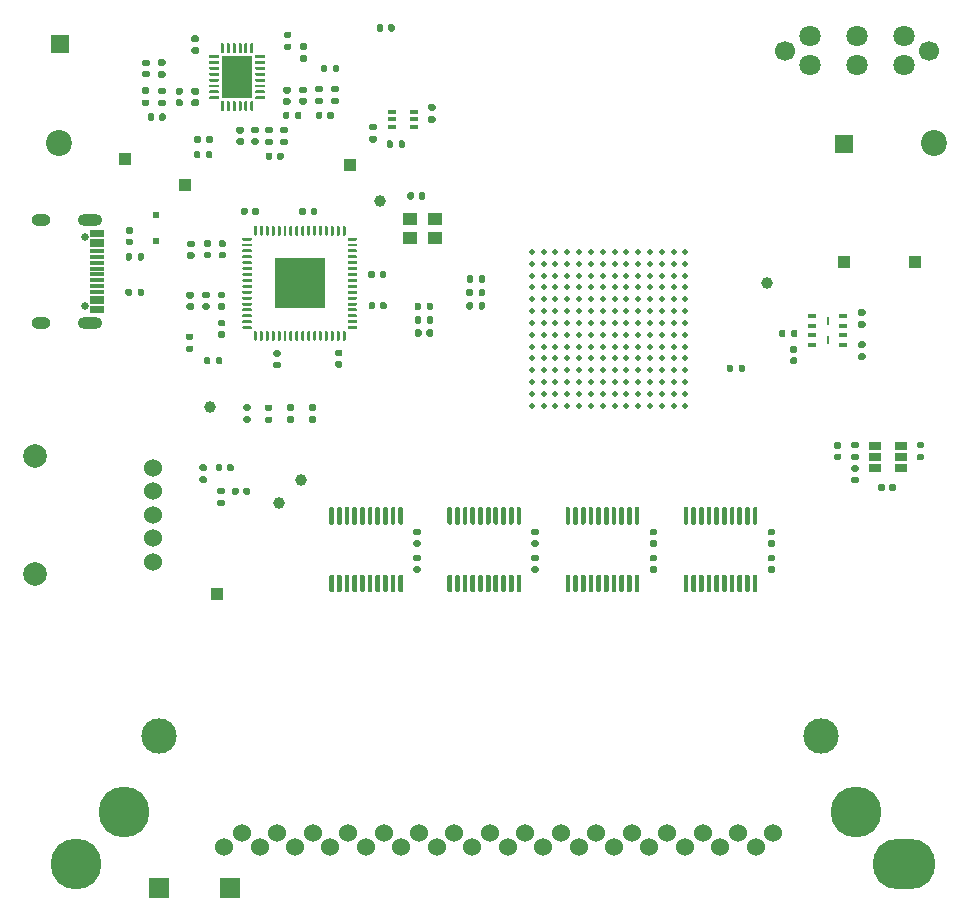
<source format=gts>
G04 #@! TF.GenerationSoftware,KiCad,Pcbnew,(5.1.10-1-10_14)*
G04 #@! TF.CreationDate,2021-07-07T11:21:34+02:00*
G04 #@! TF.ProjectId,gb-fpga,67622d66-7067-4612-9e6b-696361645f70,rev?*
G04 #@! TF.SameCoordinates,Original*
G04 #@! TF.FileFunction,Soldermask,Top*
G04 #@! TF.FilePolarity,Negative*
%FSLAX46Y46*%
G04 Gerber Fmt 4.6, Leading zero omitted, Abs format (unit mm)*
G04 Created by KiCad (PCBNEW (5.1.10-1-10_14)) date 2021-07-07 11:21:34*
%MOMM*%
%LPD*%
G01*
G04 APERTURE LIST*
%ADD10C,2.000000*%
%ADD11C,1.524000*%
%ADD12C,1.800000*%
%ADD13C,1.700000*%
%ADD14R,0.200000X0.800000*%
%ADD15R,0.800000X0.300000*%
%ADD16C,4.300000*%
%ADD17C,3.000000*%
%ADD18O,5.300000X4.300000*%
%ADD19C,2.200000*%
%ADD20C,0.500000*%
%ADD21R,4.350000X4.350000*%
%ADD22O,2.100000X1.000000*%
%ADD23O,1.600000X1.000000*%
%ADD24C,0.650000*%
%ADD25R,1.150000X0.300000*%
%ADD26R,1.300000X1.100000*%
%ADD27R,2.650000X3.650000*%
%ADD28R,0.500000X0.500000*%
%ADD29R,1.700000X1.700000*%
%ADD30R,0.650000X0.400000*%
%ADD31R,1.060000X0.650000*%
%ADD32R,1.000000X1.000000*%
%ADD33R,1.500000X1.500000*%
%ADD34C,1.000000*%
G04 APERTURE END LIST*
D10*
X1500000Y39600000D03*
X1500000Y29600000D03*
D11*
X11500000Y38600000D03*
X11500000Y36600000D03*
X11500000Y34600000D03*
X11500000Y32600000D03*
X11500000Y30600000D03*
D12*
X75100000Y72650000D03*
X75100000Y75150000D03*
X71100000Y72650000D03*
X71100000Y75150000D03*
X67100000Y72650000D03*
X67100000Y75150000D03*
D13*
X77200000Y73900000D03*
X65000000Y73900000D03*
D14*
X68610000Y51000000D03*
X68610000Y49400000D03*
D15*
X67310000Y49000000D03*
X67310000Y49800000D03*
X67310000Y50600000D03*
X67310000Y51400000D03*
X69910000Y51400000D03*
X69910000Y50600000D03*
X69910000Y49800000D03*
X69910000Y49000000D03*
D16*
X71025000Y9400000D03*
X9025000Y9400000D03*
D17*
X68025000Y15900000D03*
X12025000Y15900000D03*
D11*
X64025000Y7700000D03*
X61025000Y7700000D03*
X58025000Y7700000D03*
X55025000Y7700000D03*
X52025000Y7700000D03*
X49025000Y7700000D03*
X46025000Y7700000D03*
X43025000Y7700000D03*
X40025000Y7700000D03*
X37025000Y7700000D03*
X34025000Y7700000D03*
X31025000Y7700000D03*
X28025000Y7700000D03*
X25025000Y7700000D03*
X22025000Y7700000D03*
X19025000Y7700000D03*
X62525000Y6500000D03*
X59525000Y6500000D03*
X56525000Y6500000D03*
X53525000Y6500000D03*
X50525000Y6500000D03*
X47525000Y6500000D03*
X44525000Y6500000D03*
X41525000Y6500000D03*
X38525000Y6500000D03*
X35525000Y6500000D03*
X32525000Y6500000D03*
X29525000Y6500000D03*
X26525000Y6500000D03*
X23525000Y6500000D03*
X20525000Y6500000D03*
X17525000Y6500000D03*
D16*
X5000000Y5000000D03*
D18*
X75100000Y5000000D03*
D19*
X77600000Y66100000D03*
X3500000Y66100000D03*
D20*
X56575000Y56850000D03*
X56575000Y55850000D03*
X56575000Y54850000D03*
X56575000Y53850000D03*
X56575000Y52850000D03*
X56575000Y51850000D03*
X56575000Y50850000D03*
X56575000Y49850000D03*
X56575000Y48850000D03*
X56575000Y47850000D03*
X56575000Y46850000D03*
X56575000Y45850000D03*
X56575000Y44850000D03*
X56575000Y43850000D03*
X55575000Y56850000D03*
X55575000Y55850000D03*
X55575000Y54850000D03*
X55575000Y53850000D03*
X55575000Y52850000D03*
X55575000Y51850000D03*
X55575000Y50850000D03*
X55575000Y49850000D03*
X55575000Y48850000D03*
X55575000Y47850000D03*
X55575000Y46850000D03*
X55575000Y45850000D03*
X55575000Y44850000D03*
X55575000Y43850000D03*
X54575000Y56850000D03*
X54575000Y55850000D03*
X54575000Y54850000D03*
X54575000Y53850000D03*
X54575000Y52850000D03*
X54575000Y51850000D03*
X54575000Y50850000D03*
X54575000Y49850000D03*
X54575000Y48850000D03*
X54575000Y47850000D03*
X54575000Y46850000D03*
X54575000Y45850000D03*
X54575000Y44850000D03*
X54575000Y43850000D03*
X53575000Y56850000D03*
X53575000Y55850000D03*
X53575000Y54850000D03*
X53575000Y53850000D03*
X53575000Y52850000D03*
X53575000Y51850000D03*
X53575000Y50850000D03*
X53575000Y49850000D03*
X53575000Y48850000D03*
X53575000Y47850000D03*
X53575000Y46850000D03*
X53575000Y45850000D03*
X53575000Y44850000D03*
X53575000Y43850000D03*
X52575000Y56850000D03*
X52575000Y55850000D03*
X52575000Y54850000D03*
X52575000Y53850000D03*
X52575000Y52850000D03*
X52575000Y51850000D03*
X52575000Y50850000D03*
X52575000Y49850000D03*
X52575000Y48850000D03*
X52575000Y47850000D03*
X52575000Y46850000D03*
X52575000Y45850000D03*
X52575000Y44850000D03*
X52575000Y43850000D03*
X51575000Y56850000D03*
X51575000Y55850000D03*
X51575000Y54850000D03*
X51575000Y53850000D03*
X51575000Y52850000D03*
X51575000Y51850000D03*
X51575000Y50850000D03*
X51575000Y49850000D03*
X51575000Y48850000D03*
X51575000Y47850000D03*
X51575000Y46850000D03*
X51575000Y45850000D03*
X51575000Y44850000D03*
X51575000Y43850000D03*
X50575000Y56850000D03*
X50575000Y55850000D03*
X50575000Y54850000D03*
X50575000Y53850000D03*
X50575000Y52850000D03*
X50575000Y51850000D03*
X50575000Y50850000D03*
X50575000Y49850000D03*
X50575000Y48850000D03*
X50575000Y47850000D03*
X50575000Y46850000D03*
X50575000Y45850000D03*
X50575000Y44850000D03*
X50575000Y43850000D03*
X49575000Y56850000D03*
X49575000Y55850000D03*
X49575000Y54850000D03*
X49575000Y53850000D03*
X49575000Y52850000D03*
X49575000Y51850000D03*
X49575000Y50850000D03*
X49575000Y49850000D03*
X49575000Y48850000D03*
X49575000Y47850000D03*
X49575000Y46850000D03*
X49575000Y45850000D03*
X49575000Y44850000D03*
X49575000Y43850000D03*
X48575000Y56850000D03*
X48575000Y55850000D03*
X48575000Y54850000D03*
X48575000Y53850000D03*
X48575000Y52850000D03*
X48575000Y51850000D03*
X48575000Y50850000D03*
X48575000Y49850000D03*
X48575000Y48850000D03*
X48575000Y47850000D03*
X48575000Y46850000D03*
X48575000Y45850000D03*
X48575000Y44850000D03*
X48575000Y43850000D03*
X47575000Y56850000D03*
X47575000Y55850000D03*
X47575000Y54850000D03*
X47575000Y53850000D03*
X47575000Y52850000D03*
X47575000Y51850000D03*
X47575000Y50850000D03*
X47575000Y49850000D03*
X47575000Y48850000D03*
X47575000Y47850000D03*
X47575000Y46850000D03*
X47575000Y45850000D03*
X47575000Y44850000D03*
X47575000Y43850000D03*
X46575000Y56850000D03*
X46575000Y55850000D03*
X46575000Y54850000D03*
X46575000Y53850000D03*
X46575000Y52850000D03*
X46575000Y51850000D03*
X46575000Y50850000D03*
X46575000Y49850000D03*
X46575000Y48850000D03*
X46575000Y47850000D03*
X46575000Y46850000D03*
X46575000Y45850000D03*
X46575000Y44850000D03*
X46575000Y43850000D03*
X45575000Y56850000D03*
X45575000Y55850000D03*
X45575000Y54850000D03*
X45575000Y53850000D03*
X45575000Y52850000D03*
X45575000Y51850000D03*
X45575000Y50850000D03*
X45575000Y49850000D03*
X45575000Y48850000D03*
X45575000Y47850000D03*
X45575000Y46850000D03*
X45575000Y45850000D03*
X45575000Y44850000D03*
X45575000Y43850000D03*
X44575000Y56850000D03*
X44575000Y55850000D03*
X44575000Y54850000D03*
X44575000Y53850000D03*
X44575000Y52850000D03*
X44575000Y51850000D03*
X44575000Y50850000D03*
X44575000Y49850000D03*
X44575000Y48850000D03*
X44575000Y47850000D03*
X44575000Y46850000D03*
X44575000Y45850000D03*
X44575000Y44850000D03*
X44575000Y43850000D03*
X43575000Y56850000D03*
X43575000Y55850000D03*
X43575000Y54850000D03*
X43575000Y53850000D03*
X43575000Y52850000D03*
X43575000Y51850000D03*
X43575000Y50850000D03*
X43575000Y49850000D03*
X43575000Y48850000D03*
X43575000Y47850000D03*
X43575000Y46850000D03*
X43575000Y45850000D03*
X43575000Y44850000D03*
X43575000Y43850000D03*
G36*
G01*
X19075000Y57882500D02*
X19075000Y58007500D01*
G75*
G02*
X19137500Y58070000I62500J0D01*
G01*
X19812500Y58070000D01*
G75*
G02*
X19875000Y58007500I0J-62500D01*
G01*
X19875000Y57882500D01*
G75*
G02*
X19812500Y57820000I-62500J0D01*
G01*
X19137500Y57820000D01*
G75*
G02*
X19075000Y57882500I0J62500D01*
G01*
G37*
G36*
G01*
X19075000Y57382500D02*
X19075000Y57507500D01*
G75*
G02*
X19137500Y57570000I62500J0D01*
G01*
X19812500Y57570000D01*
G75*
G02*
X19875000Y57507500I0J-62500D01*
G01*
X19875000Y57382500D01*
G75*
G02*
X19812500Y57320000I-62500J0D01*
G01*
X19137500Y57320000D01*
G75*
G02*
X19075000Y57382500I0J62500D01*
G01*
G37*
G36*
G01*
X19075000Y56882500D02*
X19075000Y57007500D01*
G75*
G02*
X19137500Y57070000I62500J0D01*
G01*
X19812500Y57070000D01*
G75*
G02*
X19875000Y57007500I0J-62500D01*
G01*
X19875000Y56882500D01*
G75*
G02*
X19812500Y56820000I-62500J0D01*
G01*
X19137500Y56820000D01*
G75*
G02*
X19075000Y56882500I0J62500D01*
G01*
G37*
G36*
G01*
X19075000Y56382500D02*
X19075000Y56507500D01*
G75*
G02*
X19137500Y56570000I62500J0D01*
G01*
X19812500Y56570000D01*
G75*
G02*
X19875000Y56507500I0J-62500D01*
G01*
X19875000Y56382500D01*
G75*
G02*
X19812500Y56320000I-62500J0D01*
G01*
X19137500Y56320000D01*
G75*
G02*
X19075000Y56382500I0J62500D01*
G01*
G37*
G36*
G01*
X19075000Y55882500D02*
X19075000Y56007500D01*
G75*
G02*
X19137500Y56070000I62500J0D01*
G01*
X19812500Y56070000D01*
G75*
G02*
X19875000Y56007500I0J-62500D01*
G01*
X19875000Y55882500D01*
G75*
G02*
X19812500Y55820000I-62500J0D01*
G01*
X19137500Y55820000D01*
G75*
G02*
X19075000Y55882500I0J62500D01*
G01*
G37*
G36*
G01*
X19075000Y55382500D02*
X19075000Y55507500D01*
G75*
G02*
X19137500Y55570000I62500J0D01*
G01*
X19812500Y55570000D01*
G75*
G02*
X19875000Y55507500I0J-62500D01*
G01*
X19875000Y55382500D01*
G75*
G02*
X19812500Y55320000I-62500J0D01*
G01*
X19137500Y55320000D01*
G75*
G02*
X19075000Y55382500I0J62500D01*
G01*
G37*
G36*
G01*
X19075000Y54882500D02*
X19075000Y55007500D01*
G75*
G02*
X19137500Y55070000I62500J0D01*
G01*
X19812500Y55070000D01*
G75*
G02*
X19875000Y55007500I0J-62500D01*
G01*
X19875000Y54882500D01*
G75*
G02*
X19812500Y54820000I-62500J0D01*
G01*
X19137500Y54820000D01*
G75*
G02*
X19075000Y54882500I0J62500D01*
G01*
G37*
G36*
G01*
X19075000Y54382500D02*
X19075000Y54507500D01*
G75*
G02*
X19137500Y54570000I62500J0D01*
G01*
X19812500Y54570000D01*
G75*
G02*
X19875000Y54507500I0J-62500D01*
G01*
X19875000Y54382500D01*
G75*
G02*
X19812500Y54320000I-62500J0D01*
G01*
X19137500Y54320000D01*
G75*
G02*
X19075000Y54382500I0J62500D01*
G01*
G37*
G36*
G01*
X19075000Y53882500D02*
X19075000Y54007500D01*
G75*
G02*
X19137500Y54070000I62500J0D01*
G01*
X19812500Y54070000D01*
G75*
G02*
X19875000Y54007500I0J-62500D01*
G01*
X19875000Y53882500D01*
G75*
G02*
X19812500Y53820000I-62500J0D01*
G01*
X19137500Y53820000D01*
G75*
G02*
X19075000Y53882500I0J62500D01*
G01*
G37*
G36*
G01*
X19075000Y53382500D02*
X19075000Y53507500D01*
G75*
G02*
X19137500Y53570000I62500J0D01*
G01*
X19812500Y53570000D01*
G75*
G02*
X19875000Y53507500I0J-62500D01*
G01*
X19875000Y53382500D01*
G75*
G02*
X19812500Y53320000I-62500J0D01*
G01*
X19137500Y53320000D01*
G75*
G02*
X19075000Y53382500I0J62500D01*
G01*
G37*
G36*
G01*
X19075000Y52882500D02*
X19075000Y53007500D01*
G75*
G02*
X19137500Y53070000I62500J0D01*
G01*
X19812500Y53070000D01*
G75*
G02*
X19875000Y53007500I0J-62500D01*
G01*
X19875000Y52882500D01*
G75*
G02*
X19812500Y52820000I-62500J0D01*
G01*
X19137500Y52820000D01*
G75*
G02*
X19075000Y52882500I0J62500D01*
G01*
G37*
G36*
G01*
X19075000Y52382500D02*
X19075000Y52507500D01*
G75*
G02*
X19137500Y52570000I62500J0D01*
G01*
X19812500Y52570000D01*
G75*
G02*
X19875000Y52507500I0J-62500D01*
G01*
X19875000Y52382500D01*
G75*
G02*
X19812500Y52320000I-62500J0D01*
G01*
X19137500Y52320000D01*
G75*
G02*
X19075000Y52382500I0J62500D01*
G01*
G37*
G36*
G01*
X19075000Y51882500D02*
X19075000Y52007500D01*
G75*
G02*
X19137500Y52070000I62500J0D01*
G01*
X19812500Y52070000D01*
G75*
G02*
X19875000Y52007500I0J-62500D01*
G01*
X19875000Y51882500D01*
G75*
G02*
X19812500Y51820000I-62500J0D01*
G01*
X19137500Y51820000D01*
G75*
G02*
X19075000Y51882500I0J62500D01*
G01*
G37*
G36*
G01*
X19075000Y51382500D02*
X19075000Y51507500D01*
G75*
G02*
X19137500Y51570000I62500J0D01*
G01*
X19812500Y51570000D01*
G75*
G02*
X19875000Y51507500I0J-62500D01*
G01*
X19875000Y51382500D01*
G75*
G02*
X19812500Y51320000I-62500J0D01*
G01*
X19137500Y51320000D01*
G75*
G02*
X19075000Y51382500I0J62500D01*
G01*
G37*
G36*
G01*
X19075000Y50882500D02*
X19075000Y51007500D01*
G75*
G02*
X19137500Y51070000I62500J0D01*
G01*
X19812500Y51070000D01*
G75*
G02*
X19875000Y51007500I0J-62500D01*
G01*
X19875000Y50882500D01*
G75*
G02*
X19812500Y50820000I-62500J0D01*
G01*
X19137500Y50820000D01*
G75*
G02*
X19075000Y50882500I0J62500D01*
G01*
G37*
G36*
G01*
X19075000Y50382500D02*
X19075000Y50507500D01*
G75*
G02*
X19137500Y50570000I62500J0D01*
G01*
X19812500Y50570000D01*
G75*
G02*
X19875000Y50507500I0J-62500D01*
G01*
X19875000Y50382500D01*
G75*
G02*
X19812500Y50320000I-62500J0D01*
G01*
X19137500Y50320000D01*
G75*
G02*
X19075000Y50382500I0J62500D01*
G01*
G37*
G36*
G01*
X20050000Y49407500D02*
X20050000Y50082500D01*
G75*
G02*
X20112500Y50145000I62500J0D01*
G01*
X20237500Y50145000D01*
G75*
G02*
X20300000Y50082500I0J-62500D01*
G01*
X20300000Y49407500D01*
G75*
G02*
X20237500Y49345000I-62500J0D01*
G01*
X20112500Y49345000D01*
G75*
G02*
X20050000Y49407500I0J62500D01*
G01*
G37*
G36*
G01*
X20550000Y49407500D02*
X20550000Y50082500D01*
G75*
G02*
X20612500Y50145000I62500J0D01*
G01*
X20737500Y50145000D01*
G75*
G02*
X20800000Y50082500I0J-62500D01*
G01*
X20800000Y49407500D01*
G75*
G02*
X20737500Y49345000I-62500J0D01*
G01*
X20612500Y49345000D01*
G75*
G02*
X20550000Y49407500I0J62500D01*
G01*
G37*
G36*
G01*
X21050000Y49407500D02*
X21050000Y50082500D01*
G75*
G02*
X21112500Y50145000I62500J0D01*
G01*
X21237500Y50145000D01*
G75*
G02*
X21300000Y50082500I0J-62500D01*
G01*
X21300000Y49407500D01*
G75*
G02*
X21237500Y49345000I-62500J0D01*
G01*
X21112500Y49345000D01*
G75*
G02*
X21050000Y49407500I0J62500D01*
G01*
G37*
G36*
G01*
X21550000Y49407500D02*
X21550000Y50082500D01*
G75*
G02*
X21612500Y50145000I62500J0D01*
G01*
X21737500Y50145000D01*
G75*
G02*
X21800000Y50082500I0J-62500D01*
G01*
X21800000Y49407500D01*
G75*
G02*
X21737500Y49345000I-62500J0D01*
G01*
X21612500Y49345000D01*
G75*
G02*
X21550000Y49407500I0J62500D01*
G01*
G37*
G36*
G01*
X22050000Y49407500D02*
X22050000Y50082500D01*
G75*
G02*
X22112500Y50145000I62500J0D01*
G01*
X22237500Y50145000D01*
G75*
G02*
X22300000Y50082500I0J-62500D01*
G01*
X22300000Y49407500D01*
G75*
G02*
X22237500Y49345000I-62500J0D01*
G01*
X22112500Y49345000D01*
G75*
G02*
X22050000Y49407500I0J62500D01*
G01*
G37*
G36*
G01*
X22550000Y49407500D02*
X22550000Y50082500D01*
G75*
G02*
X22612500Y50145000I62500J0D01*
G01*
X22737500Y50145000D01*
G75*
G02*
X22800000Y50082500I0J-62500D01*
G01*
X22800000Y49407500D01*
G75*
G02*
X22737500Y49345000I-62500J0D01*
G01*
X22612500Y49345000D01*
G75*
G02*
X22550000Y49407500I0J62500D01*
G01*
G37*
G36*
G01*
X23050000Y49407500D02*
X23050000Y50082500D01*
G75*
G02*
X23112500Y50145000I62500J0D01*
G01*
X23237500Y50145000D01*
G75*
G02*
X23300000Y50082500I0J-62500D01*
G01*
X23300000Y49407500D01*
G75*
G02*
X23237500Y49345000I-62500J0D01*
G01*
X23112500Y49345000D01*
G75*
G02*
X23050000Y49407500I0J62500D01*
G01*
G37*
G36*
G01*
X23550000Y49407500D02*
X23550000Y50082500D01*
G75*
G02*
X23612500Y50145000I62500J0D01*
G01*
X23737500Y50145000D01*
G75*
G02*
X23800000Y50082500I0J-62500D01*
G01*
X23800000Y49407500D01*
G75*
G02*
X23737500Y49345000I-62500J0D01*
G01*
X23612500Y49345000D01*
G75*
G02*
X23550000Y49407500I0J62500D01*
G01*
G37*
G36*
G01*
X24050000Y49407500D02*
X24050000Y50082500D01*
G75*
G02*
X24112500Y50145000I62500J0D01*
G01*
X24237500Y50145000D01*
G75*
G02*
X24300000Y50082500I0J-62500D01*
G01*
X24300000Y49407500D01*
G75*
G02*
X24237500Y49345000I-62500J0D01*
G01*
X24112500Y49345000D01*
G75*
G02*
X24050000Y49407500I0J62500D01*
G01*
G37*
G36*
G01*
X24550000Y49407500D02*
X24550000Y50082500D01*
G75*
G02*
X24612500Y50145000I62500J0D01*
G01*
X24737500Y50145000D01*
G75*
G02*
X24800000Y50082500I0J-62500D01*
G01*
X24800000Y49407500D01*
G75*
G02*
X24737500Y49345000I-62500J0D01*
G01*
X24612500Y49345000D01*
G75*
G02*
X24550000Y49407500I0J62500D01*
G01*
G37*
G36*
G01*
X25050000Y49407500D02*
X25050000Y50082500D01*
G75*
G02*
X25112500Y50145000I62500J0D01*
G01*
X25237500Y50145000D01*
G75*
G02*
X25300000Y50082500I0J-62500D01*
G01*
X25300000Y49407500D01*
G75*
G02*
X25237500Y49345000I-62500J0D01*
G01*
X25112500Y49345000D01*
G75*
G02*
X25050000Y49407500I0J62500D01*
G01*
G37*
G36*
G01*
X25550000Y49407500D02*
X25550000Y50082500D01*
G75*
G02*
X25612500Y50145000I62500J0D01*
G01*
X25737500Y50145000D01*
G75*
G02*
X25800000Y50082500I0J-62500D01*
G01*
X25800000Y49407500D01*
G75*
G02*
X25737500Y49345000I-62500J0D01*
G01*
X25612500Y49345000D01*
G75*
G02*
X25550000Y49407500I0J62500D01*
G01*
G37*
G36*
G01*
X26050000Y49407500D02*
X26050000Y50082500D01*
G75*
G02*
X26112500Y50145000I62500J0D01*
G01*
X26237500Y50145000D01*
G75*
G02*
X26300000Y50082500I0J-62500D01*
G01*
X26300000Y49407500D01*
G75*
G02*
X26237500Y49345000I-62500J0D01*
G01*
X26112500Y49345000D01*
G75*
G02*
X26050000Y49407500I0J62500D01*
G01*
G37*
G36*
G01*
X26550000Y49407500D02*
X26550000Y50082500D01*
G75*
G02*
X26612500Y50145000I62500J0D01*
G01*
X26737500Y50145000D01*
G75*
G02*
X26800000Y50082500I0J-62500D01*
G01*
X26800000Y49407500D01*
G75*
G02*
X26737500Y49345000I-62500J0D01*
G01*
X26612500Y49345000D01*
G75*
G02*
X26550000Y49407500I0J62500D01*
G01*
G37*
G36*
G01*
X27050000Y49407500D02*
X27050000Y50082500D01*
G75*
G02*
X27112500Y50145000I62500J0D01*
G01*
X27237500Y50145000D01*
G75*
G02*
X27300000Y50082500I0J-62500D01*
G01*
X27300000Y49407500D01*
G75*
G02*
X27237500Y49345000I-62500J0D01*
G01*
X27112500Y49345000D01*
G75*
G02*
X27050000Y49407500I0J62500D01*
G01*
G37*
G36*
G01*
X27550000Y49407500D02*
X27550000Y50082500D01*
G75*
G02*
X27612500Y50145000I62500J0D01*
G01*
X27737500Y50145000D01*
G75*
G02*
X27800000Y50082500I0J-62500D01*
G01*
X27800000Y49407500D01*
G75*
G02*
X27737500Y49345000I-62500J0D01*
G01*
X27612500Y49345000D01*
G75*
G02*
X27550000Y49407500I0J62500D01*
G01*
G37*
G36*
G01*
X27975000Y50382500D02*
X27975000Y50507500D01*
G75*
G02*
X28037500Y50570000I62500J0D01*
G01*
X28712500Y50570000D01*
G75*
G02*
X28775000Y50507500I0J-62500D01*
G01*
X28775000Y50382500D01*
G75*
G02*
X28712500Y50320000I-62500J0D01*
G01*
X28037500Y50320000D01*
G75*
G02*
X27975000Y50382500I0J62500D01*
G01*
G37*
G36*
G01*
X27975000Y50882500D02*
X27975000Y51007500D01*
G75*
G02*
X28037500Y51070000I62500J0D01*
G01*
X28712500Y51070000D01*
G75*
G02*
X28775000Y51007500I0J-62500D01*
G01*
X28775000Y50882500D01*
G75*
G02*
X28712500Y50820000I-62500J0D01*
G01*
X28037500Y50820000D01*
G75*
G02*
X27975000Y50882500I0J62500D01*
G01*
G37*
G36*
G01*
X27975000Y51382500D02*
X27975000Y51507500D01*
G75*
G02*
X28037500Y51570000I62500J0D01*
G01*
X28712500Y51570000D01*
G75*
G02*
X28775000Y51507500I0J-62500D01*
G01*
X28775000Y51382500D01*
G75*
G02*
X28712500Y51320000I-62500J0D01*
G01*
X28037500Y51320000D01*
G75*
G02*
X27975000Y51382500I0J62500D01*
G01*
G37*
G36*
G01*
X27975000Y51882500D02*
X27975000Y52007500D01*
G75*
G02*
X28037500Y52070000I62500J0D01*
G01*
X28712500Y52070000D01*
G75*
G02*
X28775000Y52007500I0J-62500D01*
G01*
X28775000Y51882500D01*
G75*
G02*
X28712500Y51820000I-62500J0D01*
G01*
X28037500Y51820000D01*
G75*
G02*
X27975000Y51882500I0J62500D01*
G01*
G37*
G36*
G01*
X27975000Y52382500D02*
X27975000Y52507500D01*
G75*
G02*
X28037500Y52570000I62500J0D01*
G01*
X28712500Y52570000D01*
G75*
G02*
X28775000Y52507500I0J-62500D01*
G01*
X28775000Y52382500D01*
G75*
G02*
X28712500Y52320000I-62500J0D01*
G01*
X28037500Y52320000D01*
G75*
G02*
X27975000Y52382500I0J62500D01*
G01*
G37*
G36*
G01*
X27975000Y52882500D02*
X27975000Y53007500D01*
G75*
G02*
X28037500Y53070000I62500J0D01*
G01*
X28712500Y53070000D01*
G75*
G02*
X28775000Y53007500I0J-62500D01*
G01*
X28775000Y52882500D01*
G75*
G02*
X28712500Y52820000I-62500J0D01*
G01*
X28037500Y52820000D01*
G75*
G02*
X27975000Y52882500I0J62500D01*
G01*
G37*
G36*
G01*
X27975000Y53382500D02*
X27975000Y53507500D01*
G75*
G02*
X28037500Y53570000I62500J0D01*
G01*
X28712500Y53570000D01*
G75*
G02*
X28775000Y53507500I0J-62500D01*
G01*
X28775000Y53382500D01*
G75*
G02*
X28712500Y53320000I-62500J0D01*
G01*
X28037500Y53320000D01*
G75*
G02*
X27975000Y53382500I0J62500D01*
G01*
G37*
G36*
G01*
X27975000Y53882500D02*
X27975000Y54007500D01*
G75*
G02*
X28037500Y54070000I62500J0D01*
G01*
X28712500Y54070000D01*
G75*
G02*
X28775000Y54007500I0J-62500D01*
G01*
X28775000Y53882500D01*
G75*
G02*
X28712500Y53820000I-62500J0D01*
G01*
X28037500Y53820000D01*
G75*
G02*
X27975000Y53882500I0J62500D01*
G01*
G37*
G36*
G01*
X27975000Y54382500D02*
X27975000Y54507500D01*
G75*
G02*
X28037500Y54570000I62500J0D01*
G01*
X28712500Y54570000D01*
G75*
G02*
X28775000Y54507500I0J-62500D01*
G01*
X28775000Y54382500D01*
G75*
G02*
X28712500Y54320000I-62500J0D01*
G01*
X28037500Y54320000D01*
G75*
G02*
X27975000Y54382500I0J62500D01*
G01*
G37*
G36*
G01*
X27975000Y54882500D02*
X27975000Y55007500D01*
G75*
G02*
X28037500Y55070000I62500J0D01*
G01*
X28712500Y55070000D01*
G75*
G02*
X28775000Y55007500I0J-62500D01*
G01*
X28775000Y54882500D01*
G75*
G02*
X28712500Y54820000I-62500J0D01*
G01*
X28037500Y54820000D01*
G75*
G02*
X27975000Y54882500I0J62500D01*
G01*
G37*
G36*
G01*
X27975000Y55382500D02*
X27975000Y55507500D01*
G75*
G02*
X28037500Y55570000I62500J0D01*
G01*
X28712500Y55570000D01*
G75*
G02*
X28775000Y55507500I0J-62500D01*
G01*
X28775000Y55382500D01*
G75*
G02*
X28712500Y55320000I-62500J0D01*
G01*
X28037500Y55320000D01*
G75*
G02*
X27975000Y55382500I0J62500D01*
G01*
G37*
G36*
G01*
X27975000Y55882500D02*
X27975000Y56007500D01*
G75*
G02*
X28037500Y56070000I62500J0D01*
G01*
X28712500Y56070000D01*
G75*
G02*
X28775000Y56007500I0J-62500D01*
G01*
X28775000Y55882500D01*
G75*
G02*
X28712500Y55820000I-62500J0D01*
G01*
X28037500Y55820000D01*
G75*
G02*
X27975000Y55882500I0J62500D01*
G01*
G37*
G36*
G01*
X27975000Y56382500D02*
X27975000Y56507500D01*
G75*
G02*
X28037500Y56570000I62500J0D01*
G01*
X28712500Y56570000D01*
G75*
G02*
X28775000Y56507500I0J-62500D01*
G01*
X28775000Y56382500D01*
G75*
G02*
X28712500Y56320000I-62500J0D01*
G01*
X28037500Y56320000D01*
G75*
G02*
X27975000Y56382500I0J62500D01*
G01*
G37*
G36*
G01*
X27975000Y56882500D02*
X27975000Y57007500D01*
G75*
G02*
X28037500Y57070000I62500J0D01*
G01*
X28712500Y57070000D01*
G75*
G02*
X28775000Y57007500I0J-62500D01*
G01*
X28775000Y56882500D01*
G75*
G02*
X28712500Y56820000I-62500J0D01*
G01*
X28037500Y56820000D01*
G75*
G02*
X27975000Y56882500I0J62500D01*
G01*
G37*
G36*
G01*
X27975000Y57382500D02*
X27975000Y57507500D01*
G75*
G02*
X28037500Y57570000I62500J0D01*
G01*
X28712500Y57570000D01*
G75*
G02*
X28775000Y57507500I0J-62500D01*
G01*
X28775000Y57382500D01*
G75*
G02*
X28712500Y57320000I-62500J0D01*
G01*
X28037500Y57320000D01*
G75*
G02*
X27975000Y57382500I0J62500D01*
G01*
G37*
G36*
G01*
X27975000Y57882500D02*
X27975000Y58007500D01*
G75*
G02*
X28037500Y58070000I62500J0D01*
G01*
X28712500Y58070000D01*
G75*
G02*
X28775000Y58007500I0J-62500D01*
G01*
X28775000Y57882500D01*
G75*
G02*
X28712500Y57820000I-62500J0D01*
G01*
X28037500Y57820000D01*
G75*
G02*
X27975000Y57882500I0J62500D01*
G01*
G37*
G36*
G01*
X27550000Y58307500D02*
X27550000Y58982500D01*
G75*
G02*
X27612500Y59045000I62500J0D01*
G01*
X27737500Y59045000D01*
G75*
G02*
X27800000Y58982500I0J-62500D01*
G01*
X27800000Y58307500D01*
G75*
G02*
X27737500Y58245000I-62500J0D01*
G01*
X27612500Y58245000D01*
G75*
G02*
X27550000Y58307500I0J62500D01*
G01*
G37*
G36*
G01*
X27050000Y58307500D02*
X27050000Y58982500D01*
G75*
G02*
X27112500Y59045000I62500J0D01*
G01*
X27237500Y59045000D01*
G75*
G02*
X27300000Y58982500I0J-62500D01*
G01*
X27300000Y58307500D01*
G75*
G02*
X27237500Y58245000I-62500J0D01*
G01*
X27112500Y58245000D01*
G75*
G02*
X27050000Y58307500I0J62500D01*
G01*
G37*
G36*
G01*
X26550000Y58307500D02*
X26550000Y58982500D01*
G75*
G02*
X26612500Y59045000I62500J0D01*
G01*
X26737500Y59045000D01*
G75*
G02*
X26800000Y58982500I0J-62500D01*
G01*
X26800000Y58307500D01*
G75*
G02*
X26737500Y58245000I-62500J0D01*
G01*
X26612500Y58245000D01*
G75*
G02*
X26550000Y58307500I0J62500D01*
G01*
G37*
G36*
G01*
X26050000Y58307500D02*
X26050000Y58982500D01*
G75*
G02*
X26112500Y59045000I62500J0D01*
G01*
X26237500Y59045000D01*
G75*
G02*
X26300000Y58982500I0J-62500D01*
G01*
X26300000Y58307500D01*
G75*
G02*
X26237500Y58245000I-62500J0D01*
G01*
X26112500Y58245000D01*
G75*
G02*
X26050000Y58307500I0J62500D01*
G01*
G37*
G36*
G01*
X25550000Y58307500D02*
X25550000Y58982500D01*
G75*
G02*
X25612500Y59045000I62500J0D01*
G01*
X25737500Y59045000D01*
G75*
G02*
X25800000Y58982500I0J-62500D01*
G01*
X25800000Y58307500D01*
G75*
G02*
X25737500Y58245000I-62500J0D01*
G01*
X25612500Y58245000D01*
G75*
G02*
X25550000Y58307500I0J62500D01*
G01*
G37*
G36*
G01*
X25050000Y58307500D02*
X25050000Y58982500D01*
G75*
G02*
X25112500Y59045000I62500J0D01*
G01*
X25237500Y59045000D01*
G75*
G02*
X25300000Y58982500I0J-62500D01*
G01*
X25300000Y58307500D01*
G75*
G02*
X25237500Y58245000I-62500J0D01*
G01*
X25112500Y58245000D01*
G75*
G02*
X25050000Y58307500I0J62500D01*
G01*
G37*
G36*
G01*
X24550000Y58307500D02*
X24550000Y58982500D01*
G75*
G02*
X24612500Y59045000I62500J0D01*
G01*
X24737500Y59045000D01*
G75*
G02*
X24800000Y58982500I0J-62500D01*
G01*
X24800000Y58307500D01*
G75*
G02*
X24737500Y58245000I-62500J0D01*
G01*
X24612500Y58245000D01*
G75*
G02*
X24550000Y58307500I0J62500D01*
G01*
G37*
G36*
G01*
X24050000Y58307500D02*
X24050000Y58982500D01*
G75*
G02*
X24112500Y59045000I62500J0D01*
G01*
X24237500Y59045000D01*
G75*
G02*
X24300000Y58982500I0J-62500D01*
G01*
X24300000Y58307500D01*
G75*
G02*
X24237500Y58245000I-62500J0D01*
G01*
X24112500Y58245000D01*
G75*
G02*
X24050000Y58307500I0J62500D01*
G01*
G37*
G36*
G01*
X23550000Y58307500D02*
X23550000Y58982500D01*
G75*
G02*
X23612500Y59045000I62500J0D01*
G01*
X23737500Y59045000D01*
G75*
G02*
X23800000Y58982500I0J-62500D01*
G01*
X23800000Y58307500D01*
G75*
G02*
X23737500Y58245000I-62500J0D01*
G01*
X23612500Y58245000D01*
G75*
G02*
X23550000Y58307500I0J62500D01*
G01*
G37*
G36*
G01*
X23050000Y58307500D02*
X23050000Y58982500D01*
G75*
G02*
X23112500Y59045000I62500J0D01*
G01*
X23237500Y59045000D01*
G75*
G02*
X23300000Y58982500I0J-62500D01*
G01*
X23300000Y58307500D01*
G75*
G02*
X23237500Y58245000I-62500J0D01*
G01*
X23112500Y58245000D01*
G75*
G02*
X23050000Y58307500I0J62500D01*
G01*
G37*
G36*
G01*
X22550000Y58307500D02*
X22550000Y58982500D01*
G75*
G02*
X22612500Y59045000I62500J0D01*
G01*
X22737500Y59045000D01*
G75*
G02*
X22800000Y58982500I0J-62500D01*
G01*
X22800000Y58307500D01*
G75*
G02*
X22737500Y58245000I-62500J0D01*
G01*
X22612500Y58245000D01*
G75*
G02*
X22550000Y58307500I0J62500D01*
G01*
G37*
G36*
G01*
X22050000Y58307500D02*
X22050000Y58982500D01*
G75*
G02*
X22112500Y59045000I62500J0D01*
G01*
X22237500Y59045000D01*
G75*
G02*
X22300000Y58982500I0J-62500D01*
G01*
X22300000Y58307500D01*
G75*
G02*
X22237500Y58245000I-62500J0D01*
G01*
X22112500Y58245000D01*
G75*
G02*
X22050000Y58307500I0J62500D01*
G01*
G37*
G36*
G01*
X21550000Y58307500D02*
X21550000Y58982500D01*
G75*
G02*
X21612500Y59045000I62500J0D01*
G01*
X21737500Y59045000D01*
G75*
G02*
X21800000Y58982500I0J-62500D01*
G01*
X21800000Y58307500D01*
G75*
G02*
X21737500Y58245000I-62500J0D01*
G01*
X21612500Y58245000D01*
G75*
G02*
X21550000Y58307500I0J62500D01*
G01*
G37*
G36*
G01*
X21050000Y58307500D02*
X21050000Y58982500D01*
G75*
G02*
X21112500Y59045000I62500J0D01*
G01*
X21237500Y59045000D01*
G75*
G02*
X21300000Y58982500I0J-62500D01*
G01*
X21300000Y58307500D01*
G75*
G02*
X21237500Y58245000I-62500J0D01*
G01*
X21112500Y58245000D01*
G75*
G02*
X21050000Y58307500I0J62500D01*
G01*
G37*
G36*
G01*
X20550000Y58307500D02*
X20550000Y58982500D01*
G75*
G02*
X20612500Y59045000I62500J0D01*
G01*
X20737500Y59045000D01*
G75*
G02*
X20800000Y58982500I0J-62500D01*
G01*
X20800000Y58307500D01*
G75*
G02*
X20737500Y58245000I-62500J0D01*
G01*
X20612500Y58245000D01*
G75*
G02*
X20550000Y58307500I0J62500D01*
G01*
G37*
G36*
G01*
X20050000Y58307500D02*
X20050000Y58982500D01*
G75*
G02*
X20112500Y59045000I62500J0D01*
G01*
X20237500Y59045000D01*
G75*
G02*
X20300000Y58982500I0J-62500D01*
G01*
X20300000Y58307500D01*
G75*
G02*
X20237500Y58245000I-62500J0D01*
G01*
X20112500Y58245000D01*
G75*
G02*
X20050000Y58307500I0J62500D01*
G01*
G37*
D21*
X23925000Y54195000D03*
D22*
X6205000Y59520000D03*
X6205000Y50880000D03*
D23*
X2025000Y59520000D03*
X2025000Y50880000D03*
D24*
X5705000Y52310000D03*
X5705000Y58090000D03*
D25*
X6770000Y52150000D03*
X6770000Y52950000D03*
X6770000Y53450000D03*
X6770000Y53950000D03*
X6770000Y54450000D03*
X6770000Y54950000D03*
X6770000Y55450000D03*
X6770000Y55950000D03*
X6770000Y56450000D03*
X6770000Y56950000D03*
X6770000Y57750000D03*
X6770000Y58550000D03*
X6770000Y58250000D03*
X6770000Y57450000D03*
X6770000Y52650000D03*
X6770000Y51850000D03*
D26*
X33275000Y58030000D03*
X35375000Y58030000D03*
X35375000Y59680000D03*
X33275000Y59680000D03*
G36*
G01*
X16245001Y73342499D02*
X16245001Y73467499D01*
G75*
G02*
X16307501Y73529999I62500J0D01*
G01*
X17032501Y73529999D01*
G75*
G02*
X17095001Y73467499I0J-62500D01*
G01*
X17095001Y73342499D01*
G75*
G02*
X17032501Y73279999I-62500J0D01*
G01*
X16307501Y73279999D01*
G75*
G02*
X16245001Y73342499I0J62500D01*
G01*
G37*
G36*
G01*
X16245001Y72842499D02*
X16245001Y72967499D01*
G75*
G02*
X16307501Y73029999I62500J0D01*
G01*
X17032501Y73029999D01*
G75*
G02*
X17095001Y72967499I0J-62500D01*
G01*
X17095001Y72842499D01*
G75*
G02*
X17032501Y72779999I-62500J0D01*
G01*
X16307501Y72779999D01*
G75*
G02*
X16245001Y72842499I0J62500D01*
G01*
G37*
G36*
G01*
X16245001Y72342499D02*
X16245001Y72467499D01*
G75*
G02*
X16307501Y72529999I62500J0D01*
G01*
X17032501Y72529999D01*
G75*
G02*
X17095001Y72467499I0J-62500D01*
G01*
X17095001Y72342499D01*
G75*
G02*
X17032501Y72279999I-62500J0D01*
G01*
X16307501Y72279999D01*
G75*
G02*
X16245001Y72342499I0J62500D01*
G01*
G37*
G36*
G01*
X16245001Y71842499D02*
X16245001Y71967499D01*
G75*
G02*
X16307501Y72029999I62500J0D01*
G01*
X17032501Y72029999D01*
G75*
G02*
X17095001Y71967499I0J-62500D01*
G01*
X17095001Y71842499D01*
G75*
G02*
X17032501Y71779999I-62500J0D01*
G01*
X16307501Y71779999D01*
G75*
G02*
X16245001Y71842499I0J62500D01*
G01*
G37*
G36*
G01*
X16245001Y71342499D02*
X16245001Y71467499D01*
G75*
G02*
X16307501Y71529999I62500J0D01*
G01*
X17032501Y71529999D01*
G75*
G02*
X17095001Y71467499I0J-62500D01*
G01*
X17095001Y71342499D01*
G75*
G02*
X17032501Y71279999I-62500J0D01*
G01*
X16307501Y71279999D01*
G75*
G02*
X16245001Y71342499I0J62500D01*
G01*
G37*
G36*
G01*
X16245001Y70842499D02*
X16245001Y70967499D01*
G75*
G02*
X16307501Y71029999I62500J0D01*
G01*
X17032501Y71029999D01*
G75*
G02*
X17095001Y70967499I0J-62500D01*
G01*
X17095001Y70842499D01*
G75*
G02*
X17032501Y70779999I-62500J0D01*
G01*
X16307501Y70779999D01*
G75*
G02*
X16245001Y70842499I0J62500D01*
G01*
G37*
G36*
G01*
X16245001Y70342499D02*
X16245001Y70467499D01*
G75*
G02*
X16307501Y70529999I62500J0D01*
G01*
X17032501Y70529999D01*
G75*
G02*
X17095001Y70467499I0J-62500D01*
G01*
X17095001Y70342499D01*
G75*
G02*
X17032501Y70279999I-62500J0D01*
G01*
X16307501Y70279999D01*
G75*
G02*
X16245001Y70342499I0J62500D01*
G01*
G37*
G36*
G01*
X16245001Y69842499D02*
X16245001Y69967499D01*
G75*
G02*
X16307501Y70029999I62500J0D01*
G01*
X17032501Y70029999D01*
G75*
G02*
X17095001Y69967499I0J-62500D01*
G01*
X17095001Y69842499D01*
G75*
G02*
X17032501Y69779999I-62500J0D01*
G01*
X16307501Y69779999D01*
G75*
G02*
X16245001Y69842499I0J62500D01*
G01*
G37*
G36*
G01*
X17245001Y68842499D02*
X17245001Y69567499D01*
G75*
G02*
X17307501Y69629999I62500J0D01*
G01*
X17432501Y69629999D01*
G75*
G02*
X17495001Y69567499I0J-62500D01*
G01*
X17495001Y68842499D01*
G75*
G02*
X17432501Y68779999I-62500J0D01*
G01*
X17307501Y68779999D01*
G75*
G02*
X17245001Y68842499I0J62500D01*
G01*
G37*
G36*
G01*
X17745001Y68842499D02*
X17745001Y69567499D01*
G75*
G02*
X17807501Y69629999I62500J0D01*
G01*
X17932501Y69629999D01*
G75*
G02*
X17995001Y69567499I0J-62500D01*
G01*
X17995001Y68842499D01*
G75*
G02*
X17932501Y68779999I-62500J0D01*
G01*
X17807501Y68779999D01*
G75*
G02*
X17745001Y68842499I0J62500D01*
G01*
G37*
G36*
G01*
X18245001Y68842499D02*
X18245001Y69567499D01*
G75*
G02*
X18307501Y69629999I62500J0D01*
G01*
X18432501Y69629999D01*
G75*
G02*
X18495001Y69567499I0J-62500D01*
G01*
X18495001Y68842499D01*
G75*
G02*
X18432501Y68779999I-62500J0D01*
G01*
X18307501Y68779999D01*
G75*
G02*
X18245001Y68842499I0J62500D01*
G01*
G37*
G36*
G01*
X18745001Y68842499D02*
X18745001Y69567499D01*
G75*
G02*
X18807501Y69629999I62500J0D01*
G01*
X18932501Y69629999D01*
G75*
G02*
X18995001Y69567499I0J-62500D01*
G01*
X18995001Y68842499D01*
G75*
G02*
X18932501Y68779999I-62500J0D01*
G01*
X18807501Y68779999D01*
G75*
G02*
X18745001Y68842499I0J62500D01*
G01*
G37*
G36*
G01*
X19245001Y68842499D02*
X19245001Y69567499D01*
G75*
G02*
X19307501Y69629999I62500J0D01*
G01*
X19432501Y69629999D01*
G75*
G02*
X19495001Y69567499I0J-62500D01*
G01*
X19495001Y68842499D01*
G75*
G02*
X19432501Y68779999I-62500J0D01*
G01*
X19307501Y68779999D01*
G75*
G02*
X19245001Y68842499I0J62500D01*
G01*
G37*
G36*
G01*
X19745001Y68842499D02*
X19745001Y69567499D01*
G75*
G02*
X19807501Y69629999I62500J0D01*
G01*
X19932501Y69629999D01*
G75*
G02*
X19995001Y69567499I0J-62500D01*
G01*
X19995001Y68842499D01*
G75*
G02*
X19932501Y68779999I-62500J0D01*
G01*
X19807501Y68779999D01*
G75*
G02*
X19745001Y68842499I0J62500D01*
G01*
G37*
G36*
G01*
X20145001Y69842499D02*
X20145001Y69967499D01*
G75*
G02*
X20207501Y70029999I62500J0D01*
G01*
X20932501Y70029999D01*
G75*
G02*
X20995001Y69967499I0J-62500D01*
G01*
X20995001Y69842499D01*
G75*
G02*
X20932501Y69779999I-62500J0D01*
G01*
X20207501Y69779999D01*
G75*
G02*
X20145001Y69842499I0J62500D01*
G01*
G37*
G36*
G01*
X20145001Y70342499D02*
X20145001Y70467499D01*
G75*
G02*
X20207501Y70529999I62500J0D01*
G01*
X20932501Y70529999D01*
G75*
G02*
X20995001Y70467499I0J-62500D01*
G01*
X20995001Y70342499D01*
G75*
G02*
X20932501Y70279999I-62500J0D01*
G01*
X20207501Y70279999D01*
G75*
G02*
X20145001Y70342499I0J62500D01*
G01*
G37*
G36*
G01*
X20145001Y70842499D02*
X20145001Y70967499D01*
G75*
G02*
X20207501Y71029999I62500J0D01*
G01*
X20932501Y71029999D01*
G75*
G02*
X20995001Y70967499I0J-62500D01*
G01*
X20995001Y70842499D01*
G75*
G02*
X20932501Y70779999I-62500J0D01*
G01*
X20207501Y70779999D01*
G75*
G02*
X20145001Y70842499I0J62500D01*
G01*
G37*
G36*
G01*
X20145001Y71342499D02*
X20145001Y71467499D01*
G75*
G02*
X20207501Y71529999I62500J0D01*
G01*
X20932501Y71529999D01*
G75*
G02*
X20995001Y71467499I0J-62500D01*
G01*
X20995001Y71342499D01*
G75*
G02*
X20932501Y71279999I-62500J0D01*
G01*
X20207501Y71279999D01*
G75*
G02*
X20145001Y71342499I0J62500D01*
G01*
G37*
G36*
G01*
X20145001Y71842499D02*
X20145001Y71967499D01*
G75*
G02*
X20207501Y72029999I62500J0D01*
G01*
X20932501Y72029999D01*
G75*
G02*
X20995001Y71967499I0J-62500D01*
G01*
X20995001Y71842499D01*
G75*
G02*
X20932501Y71779999I-62500J0D01*
G01*
X20207501Y71779999D01*
G75*
G02*
X20145001Y71842499I0J62500D01*
G01*
G37*
G36*
G01*
X20145001Y72342499D02*
X20145001Y72467499D01*
G75*
G02*
X20207501Y72529999I62500J0D01*
G01*
X20932501Y72529999D01*
G75*
G02*
X20995001Y72467499I0J-62500D01*
G01*
X20995001Y72342499D01*
G75*
G02*
X20932501Y72279999I-62500J0D01*
G01*
X20207501Y72279999D01*
G75*
G02*
X20145001Y72342499I0J62500D01*
G01*
G37*
G36*
G01*
X20145001Y72842499D02*
X20145001Y72967499D01*
G75*
G02*
X20207501Y73029999I62500J0D01*
G01*
X20932501Y73029999D01*
G75*
G02*
X20995001Y72967499I0J-62500D01*
G01*
X20995001Y72842499D01*
G75*
G02*
X20932501Y72779999I-62500J0D01*
G01*
X20207501Y72779999D01*
G75*
G02*
X20145001Y72842499I0J62500D01*
G01*
G37*
G36*
G01*
X20145001Y73342499D02*
X20145001Y73467499D01*
G75*
G02*
X20207501Y73529999I62500J0D01*
G01*
X20932501Y73529999D01*
G75*
G02*
X20995001Y73467499I0J-62500D01*
G01*
X20995001Y73342499D01*
G75*
G02*
X20932501Y73279999I-62500J0D01*
G01*
X20207501Y73279999D01*
G75*
G02*
X20145001Y73342499I0J62500D01*
G01*
G37*
G36*
G01*
X19745001Y73742499D02*
X19745001Y74467499D01*
G75*
G02*
X19807501Y74529999I62500J0D01*
G01*
X19932501Y74529999D01*
G75*
G02*
X19995001Y74467499I0J-62500D01*
G01*
X19995001Y73742499D01*
G75*
G02*
X19932501Y73679999I-62500J0D01*
G01*
X19807501Y73679999D01*
G75*
G02*
X19745001Y73742499I0J62500D01*
G01*
G37*
G36*
G01*
X19245001Y73742499D02*
X19245001Y74467499D01*
G75*
G02*
X19307501Y74529999I62500J0D01*
G01*
X19432501Y74529999D01*
G75*
G02*
X19495001Y74467499I0J-62500D01*
G01*
X19495001Y73742499D01*
G75*
G02*
X19432501Y73679999I-62500J0D01*
G01*
X19307501Y73679999D01*
G75*
G02*
X19245001Y73742499I0J62500D01*
G01*
G37*
G36*
G01*
X18745001Y73742499D02*
X18745001Y74467499D01*
G75*
G02*
X18807501Y74529999I62500J0D01*
G01*
X18932501Y74529999D01*
G75*
G02*
X18995001Y74467499I0J-62500D01*
G01*
X18995001Y73742499D01*
G75*
G02*
X18932501Y73679999I-62500J0D01*
G01*
X18807501Y73679999D01*
G75*
G02*
X18745001Y73742499I0J62500D01*
G01*
G37*
G36*
G01*
X18245001Y73742499D02*
X18245001Y74467499D01*
G75*
G02*
X18307501Y74529999I62500J0D01*
G01*
X18432501Y74529999D01*
G75*
G02*
X18495001Y74467499I0J-62500D01*
G01*
X18495001Y73742499D01*
G75*
G02*
X18432501Y73679999I-62500J0D01*
G01*
X18307501Y73679999D01*
G75*
G02*
X18245001Y73742499I0J62500D01*
G01*
G37*
G36*
G01*
X17745001Y73742499D02*
X17745001Y74467499D01*
G75*
G02*
X17807501Y74529999I62500J0D01*
G01*
X17932501Y74529999D01*
G75*
G02*
X17995001Y74467499I0J-62500D01*
G01*
X17995001Y73742499D01*
G75*
G02*
X17932501Y73679999I-62500J0D01*
G01*
X17807501Y73679999D01*
G75*
G02*
X17745001Y73742499I0J62500D01*
G01*
G37*
G36*
G01*
X17245001Y73742499D02*
X17245001Y74467499D01*
G75*
G02*
X17307501Y74529999I62500J0D01*
G01*
X17432501Y74529999D01*
G75*
G02*
X17495001Y74467499I0J-62500D01*
G01*
X17495001Y73742499D01*
G75*
G02*
X17432501Y73679999I-62500J0D01*
G01*
X17307501Y73679999D01*
G75*
G02*
X17245001Y73742499I0J62500D01*
G01*
G37*
D27*
X18620001Y71654999D03*
D28*
X11770000Y59950000D03*
X11770000Y57750000D03*
D29*
X18000000Y3000000D03*
X12000000Y3000000D03*
D30*
X31725000Y68725000D03*
X31725000Y67425000D03*
X33625000Y68075000D03*
X31725000Y68075000D03*
X33625000Y67425000D03*
X33625000Y68725000D03*
G36*
G01*
X65565000Y48885000D02*
X65905000Y48885000D01*
G75*
G02*
X66045000Y48745000I0J-140000D01*
G01*
X66045000Y48465000D01*
G75*
G02*
X65905000Y48325000I-140000J0D01*
G01*
X65565000Y48325000D01*
G75*
G02*
X65425000Y48465000I0J140000D01*
G01*
X65425000Y48745000D01*
G75*
G02*
X65565000Y48885000I140000J0D01*
G01*
G37*
G36*
G01*
X65565000Y47925000D02*
X65905000Y47925000D01*
G75*
G02*
X66045000Y47785000I0J-140000D01*
G01*
X66045000Y47505000D01*
G75*
G02*
X65905000Y47365000I-140000J0D01*
G01*
X65565000Y47365000D01*
G75*
G02*
X65425000Y47505000I0J140000D01*
G01*
X65425000Y47785000D01*
G75*
G02*
X65565000Y47925000I140000J0D01*
G01*
G37*
G36*
G01*
X33990000Y61430000D02*
X33990000Y61770000D01*
G75*
G02*
X34130000Y61910000I140000J0D01*
G01*
X34410000Y61910000D01*
G75*
G02*
X34550000Y61770000I0J-140000D01*
G01*
X34550000Y61430000D01*
G75*
G02*
X34410000Y61290000I-140000J0D01*
G01*
X34130000Y61290000D01*
G75*
G02*
X33990000Y61430000I0J140000D01*
G01*
G37*
G36*
G01*
X33030000Y61430000D02*
X33030000Y61770000D01*
G75*
G02*
X33170000Y61910000I140000J0D01*
G01*
X33450000Y61910000D01*
G75*
G02*
X33590000Y61770000I0J-140000D01*
G01*
X33590000Y61430000D01*
G75*
G02*
X33450000Y61290000I-140000J0D01*
G01*
X33170000Y61290000D01*
G75*
G02*
X33030000Y61430000I0J140000D01*
G01*
G37*
G36*
G01*
X10725000Y72190000D02*
X11065000Y72190000D01*
G75*
G02*
X11205000Y72050000I0J-140000D01*
G01*
X11205000Y71770000D01*
G75*
G02*
X11065000Y71630000I-140000J0D01*
G01*
X10725000Y71630000D01*
G75*
G02*
X10585000Y71770000I0J140000D01*
G01*
X10585000Y72050000D01*
G75*
G02*
X10725000Y72190000I140000J0D01*
G01*
G37*
G36*
G01*
X10725000Y73150000D02*
X11065000Y73150000D01*
G75*
G02*
X11205000Y73010000I0J-140000D01*
G01*
X11205000Y72730000D01*
G75*
G02*
X11065000Y72590000I-140000J0D01*
G01*
X10725000Y72590000D01*
G75*
G02*
X10585000Y72730000I0J140000D01*
G01*
X10585000Y73010000D01*
G75*
G02*
X10725000Y73150000I140000J0D01*
G01*
G37*
G36*
G01*
X24375000Y69340000D02*
X24035000Y69340000D01*
G75*
G02*
X23895000Y69480000I0J140000D01*
G01*
X23895000Y69760000D01*
G75*
G02*
X24035000Y69900000I140000J0D01*
G01*
X24375000Y69900000D01*
G75*
G02*
X24515000Y69760000I0J-140000D01*
G01*
X24515000Y69480000D01*
G75*
G02*
X24375000Y69340000I-140000J0D01*
G01*
G37*
G36*
G01*
X24375000Y70300000D02*
X24035000Y70300000D01*
G75*
G02*
X23895000Y70440000I0J140000D01*
G01*
X23895000Y70720000D01*
G75*
G02*
X24035000Y70860000I140000J0D01*
G01*
X24375000Y70860000D01*
G75*
G02*
X24515000Y70720000I0J-140000D01*
G01*
X24515000Y70440000D01*
G75*
G02*
X24375000Y70300000I-140000J0D01*
G01*
G37*
G36*
G01*
X26240000Y68255000D02*
X26240000Y68595000D01*
G75*
G02*
X26380000Y68735000I140000J0D01*
G01*
X26660000Y68735000D01*
G75*
G02*
X26800000Y68595000I0J-140000D01*
G01*
X26800000Y68255000D01*
G75*
G02*
X26660000Y68115000I-140000J0D01*
G01*
X26380000Y68115000D01*
G75*
G02*
X26240000Y68255000I0J140000D01*
G01*
G37*
G36*
G01*
X25280000Y68255000D02*
X25280000Y68595000D01*
G75*
G02*
X25420000Y68735000I140000J0D01*
G01*
X25700000Y68735000D01*
G75*
G02*
X25840000Y68595000I0J-140000D01*
G01*
X25840000Y68255000D01*
G75*
G02*
X25700000Y68115000I-140000J0D01*
G01*
X25420000Y68115000D01*
G75*
G02*
X25280000Y68255000I0J140000D01*
G01*
G37*
G36*
G01*
X13895000Y69215000D02*
X13555000Y69215000D01*
G75*
G02*
X13415000Y69355000I0J140000D01*
G01*
X13415000Y69635000D01*
G75*
G02*
X13555000Y69775000I140000J0D01*
G01*
X13895000Y69775000D01*
G75*
G02*
X14035000Y69635000I0J-140000D01*
G01*
X14035000Y69355000D01*
G75*
G02*
X13895000Y69215000I-140000J0D01*
G01*
G37*
G36*
G01*
X13895000Y70175000D02*
X13555000Y70175000D01*
G75*
G02*
X13415000Y70315000I0J140000D01*
G01*
X13415000Y70595000D01*
G75*
G02*
X13555000Y70735000I140000J0D01*
G01*
X13895000Y70735000D01*
G75*
G02*
X14035000Y70595000I0J-140000D01*
G01*
X14035000Y70315000D01*
G75*
G02*
X13895000Y70175000I-140000J0D01*
G01*
G37*
G36*
G01*
X11600000Y68445000D02*
X11600000Y68105000D01*
G75*
G02*
X11460000Y67965000I-140000J0D01*
G01*
X11180000Y67965000D01*
G75*
G02*
X11040000Y68105000I0J140000D01*
G01*
X11040000Y68445000D01*
G75*
G02*
X11180000Y68585000I140000J0D01*
G01*
X11460000Y68585000D01*
G75*
G02*
X11600000Y68445000I0J-140000D01*
G01*
G37*
G36*
G01*
X12560000Y68445000D02*
X12560000Y68105000D01*
G75*
G02*
X12420000Y67965000I-140000J0D01*
G01*
X12140000Y67965000D01*
G75*
G02*
X12000000Y68105000I0J140000D01*
G01*
X12000000Y68445000D01*
G75*
G02*
X12140000Y68585000I140000J0D01*
G01*
X12420000Y68585000D01*
G75*
G02*
X12560000Y68445000I0J-140000D01*
G01*
G37*
G36*
G01*
X20295000Y66885000D02*
X19955000Y66885000D01*
G75*
G02*
X19815000Y67025000I0J140000D01*
G01*
X19815000Y67305000D01*
G75*
G02*
X19955000Y67445000I140000J0D01*
G01*
X20295000Y67445000D01*
G75*
G02*
X20435000Y67305000I0J-140000D01*
G01*
X20435000Y67025000D01*
G75*
G02*
X20295000Y66885000I-140000J0D01*
G01*
G37*
G36*
G01*
X20295000Y65925000D02*
X19955000Y65925000D01*
G75*
G02*
X19815000Y66065000I0J140000D01*
G01*
X19815000Y66345000D01*
G75*
G02*
X19955000Y66485000I140000J0D01*
G01*
X20295000Y66485000D01*
G75*
G02*
X20435000Y66345000I0J-140000D01*
G01*
X20435000Y66065000D01*
G75*
G02*
X20295000Y65925000I-140000J0D01*
G01*
G37*
G36*
G01*
X21040000Y64790000D02*
X21040000Y65130000D01*
G75*
G02*
X21180000Y65270000I140000J0D01*
G01*
X21460000Y65270000D01*
G75*
G02*
X21600000Y65130000I0J-140000D01*
G01*
X21600000Y64790000D01*
G75*
G02*
X21460000Y64650000I-140000J0D01*
G01*
X21180000Y64650000D01*
G75*
G02*
X21040000Y64790000I0J140000D01*
G01*
G37*
G36*
G01*
X22000000Y64790000D02*
X22000000Y65130000D01*
G75*
G02*
X22140000Y65270000I140000J0D01*
G01*
X22420000Y65270000D01*
G75*
G02*
X22560000Y65130000I0J-140000D01*
G01*
X22560000Y64790000D01*
G75*
G02*
X22420000Y64650000I-140000J0D01*
G01*
X22140000Y64650000D01*
G75*
G02*
X22000000Y64790000I0J140000D01*
G01*
G37*
G36*
G01*
X9660000Y57430000D02*
X9320000Y57430000D01*
G75*
G02*
X9180000Y57570000I0J140000D01*
G01*
X9180000Y57850000D01*
G75*
G02*
X9320000Y57990000I140000J0D01*
G01*
X9660000Y57990000D01*
G75*
G02*
X9800000Y57850000I0J-140000D01*
G01*
X9800000Y57570000D01*
G75*
G02*
X9660000Y57430000I-140000J0D01*
G01*
G37*
G36*
G01*
X9660000Y58390000D02*
X9320000Y58390000D01*
G75*
G02*
X9180000Y58530000I0J140000D01*
G01*
X9180000Y58810000D01*
G75*
G02*
X9320000Y58950000I140000J0D01*
G01*
X9660000Y58950000D01*
G75*
G02*
X9800000Y58810000I0J-140000D01*
G01*
X9800000Y58530000D01*
G75*
G02*
X9660000Y58390000I-140000J0D01*
G01*
G37*
G36*
G01*
X30990000Y76000000D02*
X30990000Y75660000D01*
G75*
G02*
X30850000Y75520000I-140000J0D01*
G01*
X30570000Y75520000D01*
G75*
G02*
X30430000Y75660000I0J140000D01*
G01*
X30430000Y76000000D01*
G75*
G02*
X30570000Y76140000I140000J0D01*
G01*
X30850000Y76140000D01*
G75*
G02*
X30990000Y76000000I0J-140000D01*
G01*
G37*
G36*
G01*
X31950000Y76000000D02*
X31950000Y75660000D01*
G75*
G02*
X31810000Y75520000I-140000J0D01*
G01*
X31530000Y75520000D01*
G75*
G02*
X31390000Y75660000I0J140000D01*
G01*
X31390000Y76000000D01*
G75*
G02*
X31530000Y76140000I140000J0D01*
G01*
X31810000Y76140000D01*
G75*
G02*
X31950000Y76000000I0J-140000D01*
G01*
G37*
G36*
G01*
X35235000Y50162500D02*
X35235000Y49817500D01*
G75*
G02*
X35087500Y49670000I-147500J0D01*
G01*
X34792500Y49670000D01*
G75*
G02*
X34645000Y49817500I0J147500D01*
G01*
X34645000Y50162500D01*
G75*
G02*
X34792500Y50310000I147500J0D01*
G01*
X35087500Y50310000D01*
G75*
G02*
X35235000Y50162500I0J-147500D01*
G01*
G37*
G36*
G01*
X34265000Y50162500D02*
X34265000Y49817500D01*
G75*
G02*
X34117500Y49670000I-147500J0D01*
G01*
X33822500Y49670000D01*
G75*
G02*
X33675000Y49817500I0J147500D01*
G01*
X33675000Y50162500D01*
G75*
G02*
X33822500Y50310000I147500J0D01*
G01*
X34117500Y50310000D01*
G75*
G02*
X34265000Y50162500I0J-147500D01*
G01*
G37*
G36*
G01*
X22657500Y70855000D02*
X23002500Y70855000D01*
G75*
G02*
X23150000Y70707500I0J-147500D01*
G01*
X23150000Y70412500D01*
G75*
G02*
X23002500Y70265000I-147500J0D01*
G01*
X22657500Y70265000D01*
G75*
G02*
X22510000Y70412500I0J147500D01*
G01*
X22510000Y70707500D01*
G75*
G02*
X22657500Y70855000I147500J0D01*
G01*
G37*
G36*
G01*
X22657500Y69885000D02*
X23002500Y69885000D01*
G75*
G02*
X23150000Y69737500I0J-147500D01*
G01*
X23150000Y69442500D01*
G75*
G02*
X23002500Y69295000I-147500J0D01*
G01*
X22657500Y69295000D01*
G75*
G02*
X22510000Y69442500I0J147500D01*
G01*
X22510000Y69737500D01*
G75*
G02*
X22657500Y69885000I147500J0D01*
G01*
G37*
G36*
G01*
X14902500Y69785000D02*
X15247500Y69785000D01*
G75*
G02*
X15395000Y69637500I0J-147500D01*
G01*
X15395000Y69342500D01*
G75*
G02*
X15247500Y69195000I-147500J0D01*
G01*
X14902500Y69195000D01*
G75*
G02*
X14755000Y69342500I0J147500D01*
G01*
X14755000Y69637500D01*
G75*
G02*
X14902500Y69785000I147500J0D01*
G01*
G37*
G36*
G01*
X14902500Y70755000D02*
X15247500Y70755000D01*
G75*
G02*
X15395000Y70607500I0J-147500D01*
G01*
X15395000Y70312500D01*
G75*
G02*
X15247500Y70165000I-147500J0D01*
G01*
X14902500Y70165000D01*
G75*
G02*
X14755000Y70312500I0J147500D01*
G01*
X14755000Y70607500D01*
G75*
G02*
X14902500Y70755000I147500J0D01*
G01*
G37*
G36*
G01*
X18702500Y66495000D02*
X19047500Y66495000D01*
G75*
G02*
X19195000Y66347500I0J-147500D01*
G01*
X19195000Y66052500D01*
G75*
G02*
X19047500Y65905000I-147500J0D01*
G01*
X18702500Y65905000D01*
G75*
G02*
X18555000Y66052500I0J147500D01*
G01*
X18555000Y66347500D01*
G75*
G02*
X18702500Y66495000I147500J0D01*
G01*
G37*
G36*
G01*
X18702500Y67465000D02*
X19047500Y67465000D01*
G75*
G02*
X19195000Y67317500I0J-147500D01*
G01*
X19195000Y67022500D01*
G75*
G02*
X19047500Y66875000I-147500J0D01*
G01*
X18702500Y66875000D01*
G75*
G02*
X18555000Y67022500I0J147500D01*
G01*
X18555000Y67317500D01*
G75*
G02*
X18702500Y67465000I147500J0D01*
G01*
G37*
G36*
G01*
X14902500Y75190000D02*
X15247500Y75190000D01*
G75*
G02*
X15395000Y75042500I0J-147500D01*
G01*
X15395000Y74747500D01*
G75*
G02*
X15247500Y74600000I-147500J0D01*
G01*
X14902500Y74600000D01*
G75*
G02*
X14755000Y74747500I0J147500D01*
G01*
X14755000Y75042500D01*
G75*
G02*
X14902500Y75190000I147500J0D01*
G01*
G37*
G36*
G01*
X14902500Y74220000D02*
X15247500Y74220000D01*
G75*
G02*
X15395000Y74072500I0J-147500D01*
G01*
X15395000Y73777500D01*
G75*
G02*
X15247500Y73630000I-147500J0D01*
G01*
X14902500Y73630000D01*
G75*
G02*
X14755000Y73777500I0J147500D01*
G01*
X14755000Y74072500D01*
G75*
G02*
X14902500Y74220000I147500J0D01*
G01*
G37*
G36*
G01*
X71325000Y49280000D02*
X71695000Y49280000D01*
G75*
G02*
X71830000Y49145000I0J-135000D01*
G01*
X71830000Y48875000D01*
G75*
G02*
X71695000Y48740000I-135000J0D01*
G01*
X71325000Y48740000D01*
G75*
G02*
X71190000Y48875000I0J135000D01*
G01*
X71190000Y49145000D01*
G75*
G02*
X71325000Y49280000I135000J0D01*
G01*
G37*
G36*
G01*
X71325000Y48260000D02*
X71695000Y48260000D01*
G75*
G02*
X71830000Y48125000I0J-135000D01*
G01*
X71830000Y47855000D01*
G75*
G02*
X71695000Y47720000I-135000J0D01*
G01*
X71325000Y47720000D01*
G75*
G02*
X71190000Y47855000I0J135000D01*
G01*
X71190000Y48125000D01*
G75*
G02*
X71325000Y48260000I135000J0D01*
G01*
G37*
G36*
G01*
X65045000Y50135000D02*
X65045000Y49765000D01*
G75*
G02*
X64910000Y49630000I-135000J0D01*
G01*
X64640000Y49630000D01*
G75*
G02*
X64505000Y49765000I0J135000D01*
G01*
X64505000Y50135000D01*
G75*
G02*
X64640000Y50270000I135000J0D01*
G01*
X64910000Y50270000D01*
G75*
G02*
X65045000Y50135000I0J-135000D01*
G01*
G37*
G36*
G01*
X66065000Y50135000D02*
X66065000Y49765000D01*
G75*
G02*
X65930000Y49630000I-135000J0D01*
G01*
X65660000Y49630000D01*
G75*
G02*
X65525000Y49765000I0J135000D01*
G01*
X65525000Y50135000D01*
G75*
G02*
X65660000Y50270000I135000J0D01*
G01*
X65930000Y50270000D01*
G75*
G02*
X66065000Y50135000I0J-135000D01*
G01*
G37*
G36*
G01*
X71695000Y50445000D02*
X71325000Y50445000D01*
G75*
G02*
X71190000Y50580000I0J135000D01*
G01*
X71190000Y50850000D01*
G75*
G02*
X71325000Y50985000I135000J0D01*
G01*
X71695000Y50985000D01*
G75*
G02*
X71830000Y50850000I0J-135000D01*
G01*
X71830000Y50580000D01*
G75*
G02*
X71695000Y50445000I-135000J0D01*
G01*
G37*
G36*
G01*
X71695000Y51465000D02*
X71325000Y51465000D01*
G75*
G02*
X71190000Y51600000I0J135000D01*
G01*
X71190000Y51870000D01*
G75*
G02*
X71325000Y52005000I135000J0D01*
G01*
X71695000Y52005000D01*
G75*
G02*
X71830000Y51870000I0J-135000D01*
G01*
X71830000Y51600000D01*
G75*
G02*
X71695000Y51465000I-135000J0D01*
G01*
G37*
G36*
G01*
X61090000Y46815000D02*
X61090000Y47185000D01*
G75*
G02*
X61225000Y47320000I135000J0D01*
G01*
X61495000Y47320000D01*
G75*
G02*
X61630000Y47185000I0J-135000D01*
G01*
X61630000Y46815000D01*
G75*
G02*
X61495000Y46680000I-135000J0D01*
G01*
X61225000Y46680000D01*
G75*
G02*
X61090000Y46815000I0J135000D01*
G01*
G37*
G36*
G01*
X60070000Y46815000D02*
X60070000Y47185000D01*
G75*
G02*
X60205000Y47320000I135000J0D01*
G01*
X60475000Y47320000D01*
G75*
G02*
X60610000Y47185000I0J-135000D01*
G01*
X60610000Y46815000D01*
G75*
G02*
X60475000Y46680000I-135000J0D01*
G01*
X60205000Y46680000D01*
G75*
G02*
X60070000Y46815000I0J135000D01*
G01*
G37*
G36*
G01*
X39600000Y53595000D02*
X39600000Y53225000D01*
G75*
G02*
X39465000Y53090000I-135000J0D01*
G01*
X39195000Y53090000D01*
G75*
G02*
X39060000Y53225000I0J135000D01*
G01*
X39060000Y53595000D01*
G75*
G02*
X39195000Y53730000I135000J0D01*
G01*
X39465000Y53730000D01*
G75*
G02*
X39600000Y53595000I0J-135000D01*
G01*
G37*
G36*
G01*
X38580000Y53595000D02*
X38580000Y53225000D01*
G75*
G02*
X38445000Y53090000I-135000J0D01*
G01*
X38175000Y53090000D01*
G75*
G02*
X38040000Y53225000I0J135000D01*
G01*
X38040000Y53595000D01*
G75*
G02*
X38175000Y53730000I135000J0D01*
G01*
X38445000Y53730000D01*
G75*
G02*
X38580000Y53595000I0J-135000D01*
G01*
G37*
G36*
G01*
X38580000Y52475000D02*
X38580000Y52105000D01*
G75*
G02*
X38445000Y51970000I-135000J0D01*
G01*
X38175000Y51970000D01*
G75*
G02*
X38040000Y52105000I0J135000D01*
G01*
X38040000Y52475000D01*
G75*
G02*
X38175000Y52610000I135000J0D01*
G01*
X38445000Y52610000D01*
G75*
G02*
X38580000Y52475000I0J-135000D01*
G01*
G37*
G36*
G01*
X39600000Y52475000D02*
X39600000Y52105000D01*
G75*
G02*
X39465000Y51970000I-135000J0D01*
G01*
X39195000Y51970000D01*
G75*
G02*
X39060000Y52105000I0J135000D01*
G01*
X39060000Y52475000D01*
G75*
G02*
X39195000Y52610000I135000J0D01*
G01*
X39465000Y52610000D01*
G75*
G02*
X39600000Y52475000I0J-135000D01*
G01*
G37*
G36*
G01*
X39610000Y54765000D02*
X39610000Y54395000D01*
G75*
G02*
X39475000Y54260000I-135000J0D01*
G01*
X39205000Y54260000D01*
G75*
G02*
X39070000Y54395000I0J135000D01*
G01*
X39070000Y54765000D01*
G75*
G02*
X39205000Y54900000I135000J0D01*
G01*
X39475000Y54900000D01*
G75*
G02*
X39610000Y54765000I0J-135000D01*
G01*
G37*
G36*
G01*
X38590000Y54765000D02*
X38590000Y54395000D01*
G75*
G02*
X38455000Y54260000I-135000J0D01*
G01*
X38185000Y54260000D01*
G75*
G02*
X38050000Y54395000I0J135000D01*
G01*
X38050000Y54765000D01*
G75*
G02*
X38185000Y54900000I135000J0D01*
G01*
X38455000Y54900000D01*
G75*
G02*
X38590000Y54765000I0J-135000D01*
G01*
G37*
G36*
G01*
X35210000Y52425000D02*
X35210000Y52055000D01*
G75*
G02*
X35075000Y51920000I-135000J0D01*
G01*
X34805000Y51920000D01*
G75*
G02*
X34670000Y52055000I0J135000D01*
G01*
X34670000Y52425000D01*
G75*
G02*
X34805000Y52560000I135000J0D01*
G01*
X35075000Y52560000D01*
G75*
G02*
X35210000Y52425000I0J-135000D01*
G01*
G37*
G36*
G01*
X34190000Y52425000D02*
X34190000Y52055000D01*
G75*
G02*
X34055000Y51920000I-135000J0D01*
G01*
X33785000Y51920000D01*
G75*
G02*
X33650000Y52055000I0J135000D01*
G01*
X33650000Y52425000D01*
G75*
G02*
X33785000Y52560000I135000J0D01*
G01*
X34055000Y52560000D01*
G75*
G02*
X34190000Y52425000I0J-135000D01*
G01*
G37*
G36*
G01*
X33675000Y50905000D02*
X33675000Y51275000D01*
G75*
G02*
X33810000Y51410000I135000J0D01*
G01*
X34080000Y51410000D01*
G75*
G02*
X34215000Y51275000I0J-135000D01*
G01*
X34215000Y50905000D01*
G75*
G02*
X34080000Y50770000I-135000J0D01*
G01*
X33810000Y50770000D01*
G75*
G02*
X33675000Y50905000I0J135000D01*
G01*
G37*
G36*
G01*
X34695000Y50905000D02*
X34695000Y51275000D01*
G75*
G02*
X34830000Y51410000I135000J0D01*
G01*
X35100000Y51410000D01*
G75*
G02*
X35235000Y51275000I0J-135000D01*
G01*
X35235000Y50905000D01*
G75*
G02*
X35100000Y50770000I-135000J0D01*
G01*
X34830000Y50770000D01*
G75*
G02*
X34695000Y50905000I0J135000D01*
G01*
G37*
G36*
G01*
X25195000Y42390000D02*
X24825000Y42390000D01*
G75*
G02*
X24690000Y42525000I0J135000D01*
G01*
X24690000Y42795000D01*
G75*
G02*
X24825000Y42930000I135000J0D01*
G01*
X25195000Y42930000D01*
G75*
G02*
X25330000Y42795000I0J-135000D01*
G01*
X25330000Y42525000D01*
G75*
G02*
X25195000Y42390000I-135000J0D01*
G01*
G37*
G36*
G01*
X25195000Y43410000D02*
X24825000Y43410000D01*
G75*
G02*
X24690000Y43545000I0J135000D01*
G01*
X24690000Y43815000D01*
G75*
G02*
X24825000Y43950000I135000J0D01*
G01*
X25195000Y43950000D01*
G75*
G02*
X25330000Y43815000I0J-135000D01*
G01*
X25330000Y43545000D01*
G75*
G02*
X25195000Y43410000I-135000J0D01*
G01*
G37*
G36*
G01*
X23325000Y43410000D02*
X22955000Y43410000D01*
G75*
G02*
X22820000Y43545000I0J135000D01*
G01*
X22820000Y43815000D01*
G75*
G02*
X22955000Y43950000I135000J0D01*
G01*
X23325000Y43950000D01*
G75*
G02*
X23460000Y43815000I0J-135000D01*
G01*
X23460000Y43545000D01*
G75*
G02*
X23325000Y43410000I-135000J0D01*
G01*
G37*
G36*
G01*
X23325000Y42390000D02*
X22955000Y42390000D01*
G75*
G02*
X22820000Y42525000I0J135000D01*
G01*
X22820000Y42795000D01*
G75*
G02*
X22955000Y42930000I135000J0D01*
G01*
X23325000Y42930000D01*
G75*
G02*
X23460000Y42795000I0J-135000D01*
G01*
X23460000Y42525000D01*
G75*
G02*
X23325000Y42390000I-135000J0D01*
G01*
G37*
G36*
G01*
X21475000Y42380000D02*
X21105000Y42380000D01*
G75*
G02*
X20970000Y42515000I0J135000D01*
G01*
X20970000Y42785000D01*
G75*
G02*
X21105000Y42920000I135000J0D01*
G01*
X21475000Y42920000D01*
G75*
G02*
X21610000Y42785000I0J-135000D01*
G01*
X21610000Y42515000D01*
G75*
G02*
X21475000Y42380000I-135000J0D01*
G01*
G37*
G36*
G01*
X21475000Y43400000D02*
X21105000Y43400000D01*
G75*
G02*
X20970000Y43535000I0J135000D01*
G01*
X20970000Y43805000D01*
G75*
G02*
X21105000Y43940000I135000J0D01*
G01*
X21475000Y43940000D01*
G75*
G02*
X21610000Y43805000I0J-135000D01*
G01*
X21610000Y43535000D01*
G75*
G02*
X21475000Y43400000I-135000J0D01*
G01*
G37*
G36*
G01*
X19645000Y43420000D02*
X19275000Y43420000D01*
G75*
G02*
X19140000Y43555000I0J135000D01*
G01*
X19140000Y43825000D01*
G75*
G02*
X19275000Y43960000I135000J0D01*
G01*
X19645000Y43960000D01*
G75*
G02*
X19780000Y43825000I0J-135000D01*
G01*
X19780000Y43555000D01*
G75*
G02*
X19645000Y43420000I-135000J0D01*
G01*
G37*
G36*
G01*
X19645000Y42400000D02*
X19275000Y42400000D01*
G75*
G02*
X19140000Y42535000I0J135000D01*
G01*
X19140000Y42805000D01*
G75*
G02*
X19275000Y42940000I135000J0D01*
G01*
X19645000Y42940000D01*
G75*
G02*
X19780000Y42805000I0J-135000D01*
G01*
X19780000Y42535000D01*
G75*
G02*
X19645000Y42400000I-135000J0D01*
G01*
G37*
G36*
G01*
X14415000Y49950000D02*
X14785000Y49950000D01*
G75*
G02*
X14920000Y49815000I0J-135000D01*
G01*
X14920000Y49545000D01*
G75*
G02*
X14785000Y49410000I-135000J0D01*
G01*
X14415000Y49410000D01*
G75*
G02*
X14280000Y49545000I0J135000D01*
G01*
X14280000Y49815000D01*
G75*
G02*
X14415000Y49950000I135000J0D01*
G01*
G37*
G36*
G01*
X14415000Y48930000D02*
X14785000Y48930000D01*
G75*
G02*
X14920000Y48795000I0J-135000D01*
G01*
X14920000Y48525000D01*
G75*
G02*
X14785000Y48390000I-135000J0D01*
G01*
X14415000Y48390000D01*
G75*
G02*
X14280000Y48525000I0J135000D01*
G01*
X14280000Y48795000D01*
G75*
G02*
X14415000Y48930000I135000J0D01*
G01*
G37*
G36*
G01*
X16350000Y47845000D02*
X16350000Y47475000D01*
G75*
G02*
X16215000Y47340000I-135000J0D01*
G01*
X15945000Y47340000D01*
G75*
G02*
X15810000Y47475000I0J135000D01*
G01*
X15810000Y47845000D01*
G75*
G02*
X15945000Y47980000I135000J0D01*
G01*
X16215000Y47980000D01*
G75*
G02*
X16350000Y47845000I0J-135000D01*
G01*
G37*
G36*
G01*
X17370000Y47845000D02*
X17370000Y47475000D01*
G75*
G02*
X17235000Y47340000I-135000J0D01*
G01*
X16965000Y47340000D01*
G75*
G02*
X16830000Y47475000I0J135000D01*
G01*
X16830000Y47845000D01*
G75*
G02*
X16965000Y47980000I135000J0D01*
G01*
X17235000Y47980000D01*
G75*
G02*
X17370000Y47845000I0J-135000D01*
G01*
G37*
G36*
G01*
X10190000Y53255000D02*
X10190000Y53625000D01*
G75*
G02*
X10325000Y53760000I135000J0D01*
G01*
X10595000Y53760000D01*
G75*
G02*
X10730000Y53625000I0J-135000D01*
G01*
X10730000Y53255000D01*
G75*
G02*
X10595000Y53120000I-135000J0D01*
G01*
X10325000Y53120000D01*
G75*
G02*
X10190000Y53255000I0J135000D01*
G01*
G37*
G36*
G01*
X9170000Y53255000D02*
X9170000Y53625000D01*
G75*
G02*
X9305000Y53760000I135000J0D01*
G01*
X9575000Y53760000D01*
G75*
G02*
X9710000Y53625000I0J-135000D01*
G01*
X9710000Y53255000D01*
G75*
G02*
X9575000Y53120000I-135000J0D01*
G01*
X9305000Y53120000D01*
G75*
G02*
X9170000Y53255000I0J135000D01*
G01*
G37*
G36*
G01*
X9180000Y56265000D02*
X9180000Y56635000D01*
G75*
G02*
X9315000Y56770000I135000J0D01*
G01*
X9585000Y56770000D01*
G75*
G02*
X9720000Y56635000I0J-135000D01*
G01*
X9720000Y56265000D01*
G75*
G02*
X9585000Y56130000I-135000J0D01*
G01*
X9315000Y56130000D01*
G75*
G02*
X9180000Y56265000I0J135000D01*
G01*
G37*
G36*
G01*
X10200000Y56265000D02*
X10200000Y56635000D01*
G75*
G02*
X10335000Y56770000I135000J0D01*
G01*
X10605000Y56770000D01*
G75*
G02*
X10740000Y56635000I0J-135000D01*
G01*
X10740000Y56265000D01*
G75*
G02*
X10605000Y56130000I-135000J0D01*
G01*
X10335000Y56130000D01*
G75*
G02*
X10200000Y56265000I0J135000D01*
G01*
G37*
G36*
G01*
X12060000Y73170000D02*
X12430000Y73170000D01*
G75*
G02*
X12565000Y73035000I0J-135000D01*
G01*
X12565000Y72765000D01*
G75*
G02*
X12430000Y72630000I-135000J0D01*
G01*
X12060000Y72630000D01*
G75*
G02*
X11925000Y72765000I0J135000D01*
G01*
X11925000Y73035000D01*
G75*
G02*
X12060000Y73170000I135000J0D01*
G01*
G37*
G36*
G01*
X12060000Y72150000D02*
X12430000Y72150000D01*
G75*
G02*
X12565000Y72015000I0J-135000D01*
G01*
X12565000Y71745000D01*
G75*
G02*
X12430000Y71610000I-135000J0D01*
G01*
X12060000Y71610000D01*
G75*
G02*
X11925000Y71745000I0J135000D01*
G01*
X11925000Y72015000D01*
G75*
G02*
X12060000Y72150000I135000J0D01*
G01*
G37*
G36*
G01*
X25700000Y72205000D02*
X25700000Y72575000D01*
G75*
G02*
X25835000Y72710000I135000J0D01*
G01*
X26105000Y72710000D01*
G75*
G02*
X26240000Y72575000I0J-135000D01*
G01*
X26240000Y72205000D01*
G75*
G02*
X26105000Y72070000I-135000J0D01*
G01*
X25835000Y72070000D01*
G75*
G02*
X25700000Y72205000I0J135000D01*
G01*
G37*
G36*
G01*
X26720000Y72205000D02*
X26720000Y72575000D01*
G75*
G02*
X26855000Y72710000I135000J0D01*
G01*
X27125000Y72710000D01*
G75*
G02*
X27260000Y72575000I0J-135000D01*
G01*
X27260000Y72205000D01*
G75*
G02*
X27125000Y72070000I-135000J0D01*
G01*
X26855000Y72070000D01*
G75*
G02*
X26720000Y72205000I0J135000D01*
G01*
G37*
G36*
G01*
X25740000Y70365000D02*
X25370000Y70365000D01*
G75*
G02*
X25235000Y70500000I0J135000D01*
G01*
X25235000Y70770000D01*
G75*
G02*
X25370000Y70905000I135000J0D01*
G01*
X25740000Y70905000D01*
G75*
G02*
X25875000Y70770000I0J-135000D01*
G01*
X25875000Y70500000D01*
G75*
G02*
X25740000Y70365000I-135000J0D01*
G01*
G37*
G36*
G01*
X25740000Y69345000D02*
X25370000Y69345000D01*
G75*
G02*
X25235000Y69480000I0J135000D01*
G01*
X25235000Y69750000D01*
G75*
G02*
X25370000Y69885000I135000J0D01*
G01*
X25740000Y69885000D01*
G75*
G02*
X25875000Y69750000I0J-135000D01*
G01*
X25875000Y69480000D01*
G75*
G02*
X25740000Y69345000I-135000J0D01*
G01*
G37*
G36*
G01*
X27090000Y69370000D02*
X26720000Y69370000D01*
G75*
G02*
X26585000Y69505000I0J135000D01*
G01*
X26585000Y69775000D01*
G75*
G02*
X26720000Y69910000I135000J0D01*
G01*
X27090000Y69910000D01*
G75*
G02*
X27225000Y69775000I0J-135000D01*
G01*
X27225000Y69505000D01*
G75*
G02*
X27090000Y69370000I-135000J0D01*
G01*
G37*
G36*
G01*
X27090000Y70390000D02*
X26720000Y70390000D01*
G75*
G02*
X26585000Y70525000I0J135000D01*
G01*
X26585000Y70795000D01*
G75*
G02*
X26720000Y70930000I135000J0D01*
G01*
X27090000Y70930000D01*
G75*
G02*
X27225000Y70795000I0J-135000D01*
G01*
X27225000Y70525000D01*
G75*
G02*
X27090000Y70390000I-135000J0D01*
G01*
G37*
G36*
G01*
X12460000Y70215000D02*
X12090000Y70215000D01*
G75*
G02*
X11955000Y70350000I0J135000D01*
G01*
X11955000Y70620000D01*
G75*
G02*
X12090000Y70755000I135000J0D01*
G01*
X12460000Y70755000D01*
G75*
G02*
X12595000Y70620000I0J-135000D01*
G01*
X12595000Y70350000D01*
G75*
G02*
X12460000Y70215000I-135000J0D01*
G01*
G37*
G36*
G01*
X12460000Y69195000D02*
X12090000Y69195000D01*
G75*
G02*
X11955000Y69330000I0J135000D01*
G01*
X11955000Y69600000D01*
G75*
G02*
X12090000Y69735000I135000J0D01*
G01*
X12460000Y69735000D01*
G75*
G02*
X12595000Y69600000I0J-135000D01*
G01*
X12595000Y69330000D01*
G75*
G02*
X12460000Y69195000I-135000J0D01*
G01*
G37*
G36*
G01*
X11060000Y69220000D02*
X10690000Y69220000D01*
G75*
G02*
X10555000Y69355000I0J135000D01*
G01*
X10555000Y69625000D01*
G75*
G02*
X10690000Y69760000I135000J0D01*
G01*
X11060000Y69760000D01*
G75*
G02*
X11195000Y69625000I0J-135000D01*
G01*
X11195000Y69355000D01*
G75*
G02*
X11060000Y69220000I-135000J0D01*
G01*
G37*
G36*
G01*
X11060000Y70240000D02*
X10690000Y70240000D01*
G75*
G02*
X10555000Y70375000I0J135000D01*
G01*
X10555000Y70645000D01*
G75*
G02*
X10690000Y70780000I135000J0D01*
G01*
X11060000Y70780000D01*
G75*
G02*
X11195000Y70645000I0J-135000D01*
G01*
X11195000Y70375000D01*
G75*
G02*
X11060000Y70240000I-135000J0D01*
G01*
G37*
G36*
G01*
X21510000Y66925000D02*
X21140000Y66925000D01*
G75*
G02*
X21005000Y67060000I0J135000D01*
G01*
X21005000Y67330000D01*
G75*
G02*
X21140000Y67465000I135000J0D01*
G01*
X21510000Y67465000D01*
G75*
G02*
X21645000Y67330000I0J-135000D01*
G01*
X21645000Y67060000D01*
G75*
G02*
X21510000Y66925000I-135000J0D01*
G01*
G37*
G36*
G01*
X21510000Y65905000D02*
X21140000Y65905000D01*
G75*
G02*
X21005000Y66040000I0J135000D01*
G01*
X21005000Y66310000D01*
G75*
G02*
X21140000Y66445000I135000J0D01*
G01*
X21510000Y66445000D01*
G75*
G02*
X21645000Y66310000I0J-135000D01*
G01*
X21645000Y66040000D01*
G75*
G02*
X21510000Y65905000I-135000J0D01*
G01*
G37*
G36*
G01*
X22785000Y66925000D02*
X22415000Y66925000D01*
G75*
G02*
X22280000Y67060000I0J135000D01*
G01*
X22280000Y67330000D01*
G75*
G02*
X22415000Y67465000I135000J0D01*
G01*
X22785000Y67465000D01*
G75*
G02*
X22920000Y67330000I0J-135000D01*
G01*
X22920000Y67060000D01*
G75*
G02*
X22785000Y66925000I-135000J0D01*
G01*
G37*
G36*
G01*
X22785000Y65905000D02*
X22415000Y65905000D01*
G75*
G02*
X22280000Y66040000I0J135000D01*
G01*
X22280000Y66310000D01*
G75*
G02*
X22415000Y66445000I135000J0D01*
G01*
X22785000Y66445000D01*
G75*
G02*
X22920000Y66310000I0J-135000D01*
G01*
X22920000Y66040000D01*
G75*
G02*
X22785000Y65905000I-135000J0D01*
G01*
G37*
G36*
G01*
X22500000Y68225000D02*
X22500000Y68595000D01*
G75*
G02*
X22635000Y68730000I135000J0D01*
G01*
X22905000Y68730000D01*
G75*
G02*
X23040000Y68595000I0J-135000D01*
G01*
X23040000Y68225000D01*
G75*
G02*
X22905000Y68090000I-135000J0D01*
G01*
X22635000Y68090000D01*
G75*
G02*
X22500000Y68225000I0J135000D01*
G01*
G37*
G36*
G01*
X23520000Y68225000D02*
X23520000Y68595000D01*
G75*
G02*
X23655000Y68730000I135000J0D01*
G01*
X23925000Y68730000D01*
G75*
G02*
X24060000Y68595000I0J-135000D01*
G01*
X24060000Y68225000D01*
G75*
G02*
X23925000Y68090000I-135000J0D01*
G01*
X23655000Y68090000D01*
G75*
G02*
X23520000Y68225000I0J135000D01*
G01*
G37*
G36*
G01*
X15990000Y64910000D02*
X15990000Y65280000D01*
G75*
G02*
X16125000Y65415000I135000J0D01*
G01*
X16395000Y65415000D01*
G75*
G02*
X16530000Y65280000I0J-135000D01*
G01*
X16530000Y64910000D01*
G75*
G02*
X16395000Y64775000I-135000J0D01*
G01*
X16125000Y64775000D01*
G75*
G02*
X15990000Y64910000I0J135000D01*
G01*
G37*
G36*
G01*
X14970000Y64910000D02*
X14970000Y65280000D01*
G75*
G02*
X15105000Y65415000I135000J0D01*
G01*
X15375000Y65415000D01*
G75*
G02*
X15510000Y65280000I0J-135000D01*
G01*
X15510000Y64910000D01*
G75*
G02*
X15375000Y64775000I-135000J0D01*
G01*
X15105000Y64775000D01*
G75*
G02*
X14970000Y64910000I0J135000D01*
G01*
G37*
G36*
G01*
X15535000Y66580000D02*
X15535000Y66210000D01*
G75*
G02*
X15400000Y66075000I-135000J0D01*
G01*
X15130000Y66075000D01*
G75*
G02*
X14995000Y66210000I0J135000D01*
G01*
X14995000Y66580000D01*
G75*
G02*
X15130000Y66715000I135000J0D01*
G01*
X15400000Y66715000D01*
G75*
G02*
X15535000Y66580000I0J-135000D01*
G01*
G37*
G36*
G01*
X16555000Y66580000D02*
X16555000Y66210000D01*
G75*
G02*
X16420000Y66075000I-135000J0D01*
G01*
X16150000Y66075000D01*
G75*
G02*
X16015000Y66210000I0J135000D01*
G01*
X16015000Y66580000D01*
G75*
G02*
X16150000Y66715000I135000J0D01*
G01*
X16420000Y66715000D01*
G75*
G02*
X16555000Y66580000I0J-135000D01*
G01*
G37*
G36*
G01*
X32290000Y65790000D02*
X32290000Y66160000D01*
G75*
G02*
X32425000Y66295000I135000J0D01*
G01*
X32695000Y66295000D01*
G75*
G02*
X32830000Y66160000I0J-135000D01*
G01*
X32830000Y65790000D01*
G75*
G02*
X32695000Y65655000I-135000J0D01*
G01*
X32425000Y65655000D01*
G75*
G02*
X32290000Y65790000I0J135000D01*
G01*
G37*
G36*
G01*
X31270000Y65790000D02*
X31270000Y66160000D01*
G75*
G02*
X31405000Y66295000I135000J0D01*
G01*
X31675000Y66295000D01*
G75*
G02*
X31810000Y66160000I0J-135000D01*
G01*
X31810000Y65790000D01*
G75*
G02*
X31675000Y65655000I-135000J0D01*
G01*
X31405000Y65655000D01*
G75*
G02*
X31270000Y65790000I0J135000D01*
G01*
G37*
G36*
G01*
X30310000Y66120000D02*
X29940000Y66120000D01*
G75*
G02*
X29805000Y66255000I0J135000D01*
G01*
X29805000Y66525000D01*
G75*
G02*
X29940000Y66660000I135000J0D01*
G01*
X30310000Y66660000D01*
G75*
G02*
X30445000Y66525000I0J-135000D01*
G01*
X30445000Y66255000D01*
G75*
G02*
X30310000Y66120000I-135000J0D01*
G01*
G37*
G36*
G01*
X30310000Y67140000D02*
X29940000Y67140000D01*
G75*
G02*
X29805000Y67275000I0J135000D01*
G01*
X29805000Y67545000D01*
G75*
G02*
X29940000Y67680000I135000J0D01*
G01*
X30310000Y67680000D01*
G75*
G02*
X30445000Y67545000I0J-135000D01*
G01*
X30445000Y67275000D01*
G75*
G02*
X30310000Y67140000I-135000J0D01*
G01*
G37*
G36*
G01*
X34915000Y68350000D02*
X35285000Y68350000D01*
G75*
G02*
X35420000Y68215000I0J-135000D01*
G01*
X35420000Y67945000D01*
G75*
G02*
X35285000Y67810000I-135000J0D01*
G01*
X34915000Y67810000D01*
G75*
G02*
X34780000Y67945000I0J135000D01*
G01*
X34780000Y68215000D01*
G75*
G02*
X34915000Y68350000I135000J0D01*
G01*
G37*
G36*
G01*
X34915000Y69370000D02*
X35285000Y69370000D01*
G75*
G02*
X35420000Y69235000I0J-135000D01*
G01*
X35420000Y68965000D01*
G75*
G02*
X35285000Y68830000I-135000J0D01*
G01*
X34915000Y68830000D01*
G75*
G02*
X34780000Y68965000I0J135000D01*
G01*
X34780000Y69235000D01*
G75*
G02*
X34915000Y69370000I135000J0D01*
G01*
G37*
G36*
G01*
X24412500Y72970000D02*
X24067500Y72970000D01*
G75*
G02*
X23920000Y73117500I0J147500D01*
G01*
X23920000Y73412500D01*
G75*
G02*
X24067500Y73560000I147500J0D01*
G01*
X24412500Y73560000D01*
G75*
G02*
X24560000Y73412500I0J-147500D01*
G01*
X24560000Y73117500D01*
G75*
G02*
X24412500Y72970000I-147500J0D01*
G01*
G37*
G36*
G01*
X24412500Y73940000D02*
X24067500Y73940000D01*
G75*
G02*
X23920000Y74087500I0J147500D01*
G01*
X23920000Y74382500D01*
G75*
G02*
X24067500Y74530000I147500J0D01*
G01*
X24412500Y74530000D01*
G75*
G02*
X24560000Y74382500I0J-147500D01*
G01*
X24560000Y74087500D01*
G75*
G02*
X24412500Y73940000I-147500J0D01*
G01*
G37*
G36*
G01*
X22710000Y75510000D02*
X23080000Y75510000D01*
G75*
G02*
X23215000Y75375000I0J-135000D01*
G01*
X23215000Y75105000D01*
G75*
G02*
X23080000Y74970000I-135000J0D01*
G01*
X22710000Y74970000D01*
G75*
G02*
X22575000Y75105000I0J135000D01*
G01*
X22575000Y75375000D01*
G75*
G02*
X22710000Y75510000I135000J0D01*
G01*
G37*
G36*
G01*
X22710000Y74490000D02*
X23080000Y74490000D01*
G75*
G02*
X23215000Y74355000I0J-135000D01*
G01*
X23215000Y74085000D01*
G75*
G02*
X23080000Y73950000I-135000J0D01*
G01*
X22710000Y73950000D01*
G75*
G02*
X22575000Y74085000I0J135000D01*
G01*
X22575000Y74355000D01*
G75*
G02*
X22710000Y74490000I135000J0D01*
G01*
G37*
G36*
G01*
X70765000Y38800000D02*
X71105000Y38800000D01*
G75*
G02*
X71245000Y38660000I0J-140000D01*
G01*
X71245000Y38380000D01*
G75*
G02*
X71105000Y38240000I-140000J0D01*
G01*
X70765000Y38240000D01*
G75*
G02*
X70625000Y38380000I0J140000D01*
G01*
X70625000Y38660000D01*
G75*
G02*
X70765000Y38800000I140000J0D01*
G01*
G37*
G36*
G01*
X70765000Y37840000D02*
X71105000Y37840000D01*
G75*
G02*
X71245000Y37700000I0J-140000D01*
G01*
X71245000Y37420000D01*
G75*
G02*
X71105000Y37280000I-140000J0D01*
G01*
X70765000Y37280000D01*
G75*
G02*
X70625000Y37420000I0J140000D01*
G01*
X70625000Y37700000D01*
G75*
G02*
X70765000Y37840000I140000J0D01*
G01*
G37*
G36*
G01*
X69640000Y40190000D02*
X69300000Y40190000D01*
G75*
G02*
X69160000Y40330000I0J140000D01*
G01*
X69160000Y40610000D01*
G75*
G02*
X69300000Y40750000I140000J0D01*
G01*
X69640000Y40750000D01*
G75*
G02*
X69780000Y40610000I0J-140000D01*
G01*
X69780000Y40330000D01*
G75*
G02*
X69640000Y40190000I-140000J0D01*
G01*
G37*
G36*
G01*
X69640000Y39230000D02*
X69300000Y39230000D01*
G75*
G02*
X69160000Y39370000I0J140000D01*
G01*
X69160000Y39650000D01*
G75*
G02*
X69300000Y39790000I140000J0D01*
G01*
X69640000Y39790000D01*
G75*
G02*
X69780000Y39650000I0J-140000D01*
G01*
X69780000Y39370000D01*
G75*
G02*
X69640000Y39230000I-140000J0D01*
G01*
G37*
G36*
G01*
X72870000Y36727500D02*
X72870000Y37072500D01*
G75*
G02*
X73017500Y37220000I147500J0D01*
G01*
X73312500Y37220000D01*
G75*
G02*
X73460000Y37072500I0J-147500D01*
G01*
X73460000Y36727500D01*
G75*
G02*
X73312500Y36580000I-147500J0D01*
G01*
X73017500Y36580000D01*
G75*
G02*
X72870000Y36727500I0J147500D01*
G01*
G37*
G36*
G01*
X73840000Y36727500D02*
X73840000Y37072500D01*
G75*
G02*
X73987500Y37220000I147500J0D01*
G01*
X74282500Y37220000D01*
G75*
G02*
X74430000Y37072500I0J-147500D01*
G01*
X74430000Y36727500D01*
G75*
G02*
X74282500Y36580000I-147500J0D01*
G01*
X73987500Y36580000D01*
G75*
G02*
X73840000Y36727500I0J147500D01*
G01*
G37*
G36*
G01*
X71105000Y40250000D02*
X70735000Y40250000D01*
G75*
G02*
X70600000Y40385000I0J135000D01*
G01*
X70600000Y40655000D01*
G75*
G02*
X70735000Y40790000I135000J0D01*
G01*
X71105000Y40790000D01*
G75*
G02*
X71240000Y40655000I0J-135000D01*
G01*
X71240000Y40385000D01*
G75*
G02*
X71105000Y40250000I-135000J0D01*
G01*
G37*
G36*
G01*
X71105000Y39230000D02*
X70735000Y39230000D01*
G75*
G02*
X70600000Y39365000I0J135000D01*
G01*
X70600000Y39635000D01*
G75*
G02*
X70735000Y39770000I135000J0D01*
G01*
X71105000Y39770000D01*
G75*
G02*
X71240000Y39635000I0J-135000D01*
G01*
X71240000Y39365000D01*
G75*
G02*
X71105000Y39230000I-135000J0D01*
G01*
G37*
G36*
G01*
X76290000Y40780000D02*
X76660000Y40780000D01*
G75*
G02*
X76795000Y40645000I0J-135000D01*
G01*
X76795000Y40375000D01*
G75*
G02*
X76660000Y40240000I-135000J0D01*
G01*
X76290000Y40240000D01*
G75*
G02*
X76155000Y40375000I0J135000D01*
G01*
X76155000Y40645000D01*
G75*
G02*
X76290000Y40780000I135000J0D01*
G01*
G37*
G36*
G01*
X76290000Y39760000D02*
X76660000Y39760000D01*
G75*
G02*
X76795000Y39625000I0J-135000D01*
G01*
X76795000Y39355000D01*
G75*
G02*
X76660000Y39220000I-135000J0D01*
G01*
X76290000Y39220000D01*
G75*
G02*
X76155000Y39355000I0J135000D01*
G01*
X76155000Y39625000D01*
G75*
G02*
X76290000Y39760000I135000J0D01*
G01*
G37*
D31*
X74825001Y38549999D03*
X74825001Y39499999D03*
X74825001Y40449999D03*
X72625001Y40449999D03*
X72625001Y38549999D03*
X72625001Y39499999D03*
G36*
G01*
X32375000Y35250000D02*
X32575000Y35250000D01*
G75*
G02*
X32675000Y35150000I0J-100000D01*
G01*
X32675000Y33875000D01*
G75*
G02*
X32575000Y33775000I-100000J0D01*
G01*
X32375000Y33775000D01*
G75*
G02*
X32275000Y33875000I0J100000D01*
G01*
X32275000Y35150000D01*
G75*
G02*
X32375000Y35250000I100000J0D01*
G01*
G37*
G36*
G01*
X31725000Y35250000D02*
X31925000Y35250000D01*
G75*
G02*
X32025000Y35150000I0J-100000D01*
G01*
X32025000Y33875000D01*
G75*
G02*
X31925000Y33775000I-100000J0D01*
G01*
X31725000Y33775000D01*
G75*
G02*
X31625000Y33875000I0J100000D01*
G01*
X31625000Y35150000D01*
G75*
G02*
X31725000Y35250000I100000J0D01*
G01*
G37*
G36*
G01*
X31075000Y35250000D02*
X31275000Y35250000D01*
G75*
G02*
X31375000Y35150000I0J-100000D01*
G01*
X31375000Y33875000D01*
G75*
G02*
X31275000Y33775000I-100000J0D01*
G01*
X31075000Y33775000D01*
G75*
G02*
X30975000Y33875000I0J100000D01*
G01*
X30975000Y35150000D01*
G75*
G02*
X31075000Y35250000I100000J0D01*
G01*
G37*
G36*
G01*
X30425000Y35250000D02*
X30625000Y35250000D01*
G75*
G02*
X30725000Y35150000I0J-100000D01*
G01*
X30725000Y33875000D01*
G75*
G02*
X30625000Y33775000I-100000J0D01*
G01*
X30425000Y33775000D01*
G75*
G02*
X30325000Y33875000I0J100000D01*
G01*
X30325000Y35150000D01*
G75*
G02*
X30425000Y35250000I100000J0D01*
G01*
G37*
G36*
G01*
X29775000Y35250000D02*
X29975000Y35250000D01*
G75*
G02*
X30075000Y35150000I0J-100000D01*
G01*
X30075000Y33875000D01*
G75*
G02*
X29975000Y33775000I-100000J0D01*
G01*
X29775000Y33775000D01*
G75*
G02*
X29675000Y33875000I0J100000D01*
G01*
X29675000Y35150000D01*
G75*
G02*
X29775000Y35250000I100000J0D01*
G01*
G37*
G36*
G01*
X29125000Y35250000D02*
X29325000Y35250000D01*
G75*
G02*
X29425000Y35150000I0J-100000D01*
G01*
X29425000Y33875000D01*
G75*
G02*
X29325000Y33775000I-100000J0D01*
G01*
X29125000Y33775000D01*
G75*
G02*
X29025000Y33875000I0J100000D01*
G01*
X29025000Y35150000D01*
G75*
G02*
X29125000Y35250000I100000J0D01*
G01*
G37*
G36*
G01*
X28475000Y35250000D02*
X28675000Y35250000D01*
G75*
G02*
X28775000Y35150000I0J-100000D01*
G01*
X28775000Y33875000D01*
G75*
G02*
X28675000Y33775000I-100000J0D01*
G01*
X28475000Y33775000D01*
G75*
G02*
X28375000Y33875000I0J100000D01*
G01*
X28375000Y35150000D01*
G75*
G02*
X28475000Y35250000I100000J0D01*
G01*
G37*
G36*
G01*
X27825000Y35250000D02*
X28025000Y35250000D01*
G75*
G02*
X28125000Y35150000I0J-100000D01*
G01*
X28125000Y33875000D01*
G75*
G02*
X28025000Y33775000I-100000J0D01*
G01*
X27825000Y33775000D01*
G75*
G02*
X27725000Y33875000I0J100000D01*
G01*
X27725000Y35150000D01*
G75*
G02*
X27825000Y35250000I100000J0D01*
G01*
G37*
G36*
G01*
X27175000Y35250000D02*
X27375000Y35250000D01*
G75*
G02*
X27475000Y35150000I0J-100000D01*
G01*
X27475000Y33875000D01*
G75*
G02*
X27375000Y33775000I-100000J0D01*
G01*
X27175000Y33775000D01*
G75*
G02*
X27075000Y33875000I0J100000D01*
G01*
X27075000Y35150000D01*
G75*
G02*
X27175000Y35250000I100000J0D01*
G01*
G37*
G36*
G01*
X26525000Y35250000D02*
X26725000Y35250000D01*
G75*
G02*
X26825000Y35150000I0J-100000D01*
G01*
X26825000Y33875000D01*
G75*
G02*
X26725000Y33775000I-100000J0D01*
G01*
X26525000Y33775000D01*
G75*
G02*
X26425000Y33875000I0J100000D01*
G01*
X26425000Y35150000D01*
G75*
G02*
X26525000Y35250000I100000J0D01*
G01*
G37*
G36*
G01*
X26525000Y29525000D02*
X26725000Y29525000D01*
G75*
G02*
X26825000Y29425000I0J-100000D01*
G01*
X26825000Y28150000D01*
G75*
G02*
X26725000Y28050000I-100000J0D01*
G01*
X26525000Y28050000D01*
G75*
G02*
X26425000Y28150000I0J100000D01*
G01*
X26425000Y29425000D01*
G75*
G02*
X26525000Y29525000I100000J0D01*
G01*
G37*
G36*
G01*
X27175000Y29525000D02*
X27375000Y29525000D01*
G75*
G02*
X27475000Y29425000I0J-100000D01*
G01*
X27475000Y28150000D01*
G75*
G02*
X27375000Y28050000I-100000J0D01*
G01*
X27175000Y28050000D01*
G75*
G02*
X27075000Y28150000I0J100000D01*
G01*
X27075000Y29425000D01*
G75*
G02*
X27175000Y29525000I100000J0D01*
G01*
G37*
G36*
G01*
X27825000Y29525000D02*
X28025000Y29525000D01*
G75*
G02*
X28125000Y29425000I0J-100000D01*
G01*
X28125000Y28150000D01*
G75*
G02*
X28025000Y28050000I-100000J0D01*
G01*
X27825000Y28050000D01*
G75*
G02*
X27725000Y28150000I0J100000D01*
G01*
X27725000Y29425000D01*
G75*
G02*
X27825000Y29525000I100000J0D01*
G01*
G37*
G36*
G01*
X28475000Y29525000D02*
X28675000Y29525000D01*
G75*
G02*
X28775000Y29425000I0J-100000D01*
G01*
X28775000Y28150000D01*
G75*
G02*
X28675000Y28050000I-100000J0D01*
G01*
X28475000Y28050000D01*
G75*
G02*
X28375000Y28150000I0J100000D01*
G01*
X28375000Y29425000D01*
G75*
G02*
X28475000Y29525000I100000J0D01*
G01*
G37*
G36*
G01*
X29125000Y29525000D02*
X29325000Y29525000D01*
G75*
G02*
X29425000Y29425000I0J-100000D01*
G01*
X29425000Y28150000D01*
G75*
G02*
X29325000Y28050000I-100000J0D01*
G01*
X29125000Y28050000D01*
G75*
G02*
X29025000Y28150000I0J100000D01*
G01*
X29025000Y29425000D01*
G75*
G02*
X29125000Y29525000I100000J0D01*
G01*
G37*
G36*
G01*
X29775000Y29525000D02*
X29975000Y29525000D01*
G75*
G02*
X30075000Y29425000I0J-100000D01*
G01*
X30075000Y28150000D01*
G75*
G02*
X29975000Y28050000I-100000J0D01*
G01*
X29775000Y28050000D01*
G75*
G02*
X29675000Y28150000I0J100000D01*
G01*
X29675000Y29425000D01*
G75*
G02*
X29775000Y29525000I100000J0D01*
G01*
G37*
G36*
G01*
X30425000Y29525000D02*
X30625000Y29525000D01*
G75*
G02*
X30725000Y29425000I0J-100000D01*
G01*
X30725000Y28150000D01*
G75*
G02*
X30625000Y28050000I-100000J0D01*
G01*
X30425000Y28050000D01*
G75*
G02*
X30325000Y28150000I0J100000D01*
G01*
X30325000Y29425000D01*
G75*
G02*
X30425000Y29525000I100000J0D01*
G01*
G37*
G36*
G01*
X31075000Y29525000D02*
X31275000Y29525000D01*
G75*
G02*
X31375000Y29425000I0J-100000D01*
G01*
X31375000Y28150000D01*
G75*
G02*
X31275000Y28050000I-100000J0D01*
G01*
X31075000Y28050000D01*
G75*
G02*
X30975000Y28150000I0J100000D01*
G01*
X30975000Y29425000D01*
G75*
G02*
X31075000Y29525000I100000J0D01*
G01*
G37*
G36*
G01*
X31725000Y29525000D02*
X31925000Y29525000D01*
G75*
G02*
X32025000Y29425000I0J-100000D01*
G01*
X32025000Y28150000D01*
G75*
G02*
X31925000Y28050000I-100000J0D01*
G01*
X31725000Y28050000D01*
G75*
G02*
X31625000Y28150000I0J100000D01*
G01*
X31625000Y29425000D01*
G75*
G02*
X31725000Y29525000I100000J0D01*
G01*
G37*
G36*
G01*
X32375000Y29525000D02*
X32575000Y29525000D01*
G75*
G02*
X32675000Y29425000I0J-100000D01*
G01*
X32675000Y28150000D01*
G75*
G02*
X32575000Y28050000I-100000J0D01*
G01*
X32375000Y28050000D01*
G75*
G02*
X32275000Y28150000I0J100000D01*
G01*
X32275000Y29425000D01*
G75*
G02*
X32375000Y29525000I100000J0D01*
G01*
G37*
G36*
G01*
X42375000Y29525000D02*
X42575000Y29525000D01*
G75*
G02*
X42675000Y29425000I0J-100000D01*
G01*
X42675000Y28150000D01*
G75*
G02*
X42575000Y28050000I-100000J0D01*
G01*
X42375000Y28050000D01*
G75*
G02*
X42275000Y28150000I0J100000D01*
G01*
X42275000Y29425000D01*
G75*
G02*
X42375000Y29525000I100000J0D01*
G01*
G37*
G36*
G01*
X41725000Y29525000D02*
X41925000Y29525000D01*
G75*
G02*
X42025000Y29425000I0J-100000D01*
G01*
X42025000Y28150000D01*
G75*
G02*
X41925000Y28050000I-100000J0D01*
G01*
X41725000Y28050000D01*
G75*
G02*
X41625000Y28150000I0J100000D01*
G01*
X41625000Y29425000D01*
G75*
G02*
X41725000Y29525000I100000J0D01*
G01*
G37*
G36*
G01*
X41075000Y29525000D02*
X41275000Y29525000D01*
G75*
G02*
X41375000Y29425000I0J-100000D01*
G01*
X41375000Y28150000D01*
G75*
G02*
X41275000Y28050000I-100000J0D01*
G01*
X41075000Y28050000D01*
G75*
G02*
X40975000Y28150000I0J100000D01*
G01*
X40975000Y29425000D01*
G75*
G02*
X41075000Y29525000I100000J0D01*
G01*
G37*
G36*
G01*
X40425000Y29525000D02*
X40625000Y29525000D01*
G75*
G02*
X40725000Y29425000I0J-100000D01*
G01*
X40725000Y28150000D01*
G75*
G02*
X40625000Y28050000I-100000J0D01*
G01*
X40425000Y28050000D01*
G75*
G02*
X40325000Y28150000I0J100000D01*
G01*
X40325000Y29425000D01*
G75*
G02*
X40425000Y29525000I100000J0D01*
G01*
G37*
G36*
G01*
X39775000Y29525000D02*
X39975000Y29525000D01*
G75*
G02*
X40075000Y29425000I0J-100000D01*
G01*
X40075000Y28150000D01*
G75*
G02*
X39975000Y28050000I-100000J0D01*
G01*
X39775000Y28050000D01*
G75*
G02*
X39675000Y28150000I0J100000D01*
G01*
X39675000Y29425000D01*
G75*
G02*
X39775000Y29525000I100000J0D01*
G01*
G37*
G36*
G01*
X39125000Y29525000D02*
X39325000Y29525000D01*
G75*
G02*
X39425000Y29425000I0J-100000D01*
G01*
X39425000Y28150000D01*
G75*
G02*
X39325000Y28050000I-100000J0D01*
G01*
X39125000Y28050000D01*
G75*
G02*
X39025000Y28150000I0J100000D01*
G01*
X39025000Y29425000D01*
G75*
G02*
X39125000Y29525000I100000J0D01*
G01*
G37*
G36*
G01*
X38475000Y29525000D02*
X38675000Y29525000D01*
G75*
G02*
X38775000Y29425000I0J-100000D01*
G01*
X38775000Y28150000D01*
G75*
G02*
X38675000Y28050000I-100000J0D01*
G01*
X38475000Y28050000D01*
G75*
G02*
X38375000Y28150000I0J100000D01*
G01*
X38375000Y29425000D01*
G75*
G02*
X38475000Y29525000I100000J0D01*
G01*
G37*
G36*
G01*
X37825000Y29525000D02*
X38025000Y29525000D01*
G75*
G02*
X38125000Y29425000I0J-100000D01*
G01*
X38125000Y28150000D01*
G75*
G02*
X38025000Y28050000I-100000J0D01*
G01*
X37825000Y28050000D01*
G75*
G02*
X37725000Y28150000I0J100000D01*
G01*
X37725000Y29425000D01*
G75*
G02*
X37825000Y29525000I100000J0D01*
G01*
G37*
G36*
G01*
X37175000Y29525000D02*
X37375000Y29525000D01*
G75*
G02*
X37475000Y29425000I0J-100000D01*
G01*
X37475000Y28150000D01*
G75*
G02*
X37375000Y28050000I-100000J0D01*
G01*
X37175000Y28050000D01*
G75*
G02*
X37075000Y28150000I0J100000D01*
G01*
X37075000Y29425000D01*
G75*
G02*
X37175000Y29525000I100000J0D01*
G01*
G37*
G36*
G01*
X36525000Y29525000D02*
X36725000Y29525000D01*
G75*
G02*
X36825000Y29425000I0J-100000D01*
G01*
X36825000Y28150000D01*
G75*
G02*
X36725000Y28050000I-100000J0D01*
G01*
X36525000Y28050000D01*
G75*
G02*
X36425000Y28150000I0J100000D01*
G01*
X36425000Y29425000D01*
G75*
G02*
X36525000Y29525000I100000J0D01*
G01*
G37*
G36*
G01*
X36525000Y35250000D02*
X36725000Y35250000D01*
G75*
G02*
X36825000Y35150000I0J-100000D01*
G01*
X36825000Y33875000D01*
G75*
G02*
X36725000Y33775000I-100000J0D01*
G01*
X36525000Y33775000D01*
G75*
G02*
X36425000Y33875000I0J100000D01*
G01*
X36425000Y35150000D01*
G75*
G02*
X36525000Y35250000I100000J0D01*
G01*
G37*
G36*
G01*
X37175000Y35250000D02*
X37375000Y35250000D01*
G75*
G02*
X37475000Y35150000I0J-100000D01*
G01*
X37475000Y33875000D01*
G75*
G02*
X37375000Y33775000I-100000J0D01*
G01*
X37175000Y33775000D01*
G75*
G02*
X37075000Y33875000I0J100000D01*
G01*
X37075000Y35150000D01*
G75*
G02*
X37175000Y35250000I100000J0D01*
G01*
G37*
G36*
G01*
X37825000Y35250000D02*
X38025000Y35250000D01*
G75*
G02*
X38125000Y35150000I0J-100000D01*
G01*
X38125000Y33875000D01*
G75*
G02*
X38025000Y33775000I-100000J0D01*
G01*
X37825000Y33775000D01*
G75*
G02*
X37725000Y33875000I0J100000D01*
G01*
X37725000Y35150000D01*
G75*
G02*
X37825000Y35250000I100000J0D01*
G01*
G37*
G36*
G01*
X38475000Y35250000D02*
X38675000Y35250000D01*
G75*
G02*
X38775000Y35150000I0J-100000D01*
G01*
X38775000Y33875000D01*
G75*
G02*
X38675000Y33775000I-100000J0D01*
G01*
X38475000Y33775000D01*
G75*
G02*
X38375000Y33875000I0J100000D01*
G01*
X38375000Y35150000D01*
G75*
G02*
X38475000Y35250000I100000J0D01*
G01*
G37*
G36*
G01*
X39125000Y35250000D02*
X39325000Y35250000D01*
G75*
G02*
X39425000Y35150000I0J-100000D01*
G01*
X39425000Y33875000D01*
G75*
G02*
X39325000Y33775000I-100000J0D01*
G01*
X39125000Y33775000D01*
G75*
G02*
X39025000Y33875000I0J100000D01*
G01*
X39025000Y35150000D01*
G75*
G02*
X39125000Y35250000I100000J0D01*
G01*
G37*
G36*
G01*
X39775000Y35250000D02*
X39975000Y35250000D01*
G75*
G02*
X40075000Y35150000I0J-100000D01*
G01*
X40075000Y33875000D01*
G75*
G02*
X39975000Y33775000I-100000J0D01*
G01*
X39775000Y33775000D01*
G75*
G02*
X39675000Y33875000I0J100000D01*
G01*
X39675000Y35150000D01*
G75*
G02*
X39775000Y35250000I100000J0D01*
G01*
G37*
G36*
G01*
X40425000Y35250000D02*
X40625000Y35250000D01*
G75*
G02*
X40725000Y35150000I0J-100000D01*
G01*
X40725000Y33875000D01*
G75*
G02*
X40625000Y33775000I-100000J0D01*
G01*
X40425000Y33775000D01*
G75*
G02*
X40325000Y33875000I0J100000D01*
G01*
X40325000Y35150000D01*
G75*
G02*
X40425000Y35250000I100000J0D01*
G01*
G37*
G36*
G01*
X41075000Y35250000D02*
X41275000Y35250000D01*
G75*
G02*
X41375000Y35150000I0J-100000D01*
G01*
X41375000Y33875000D01*
G75*
G02*
X41275000Y33775000I-100000J0D01*
G01*
X41075000Y33775000D01*
G75*
G02*
X40975000Y33875000I0J100000D01*
G01*
X40975000Y35150000D01*
G75*
G02*
X41075000Y35250000I100000J0D01*
G01*
G37*
G36*
G01*
X41725000Y35250000D02*
X41925000Y35250000D01*
G75*
G02*
X42025000Y35150000I0J-100000D01*
G01*
X42025000Y33875000D01*
G75*
G02*
X41925000Y33775000I-100000J0D01*
G01*
X41725000Y33775000D01*
G75*
G02*
X41625000Y33875000I0J100000D01*
G01*
X41625000Y35150000D01*
G75*
G02*
X41725000Y35250000I100000J0D01*
G01*
G37*
G36*
G01*
X42375000Y35250000D02*
X42575000Y35250000D01*
G75*
G02*
X42675000Y35150000I0J-100000D01*
G01*
X42675000Y33875000D01*
G75*
G02*
X42575000Y33775000I-100000J0D01*
G01*
X42375000Y33775000D01*
G75*
G02*
X42275000Y33875000I0J100000D01*
G01*
X42275000Y35150000D01*
G75*
G02*
X42375000Y35250000I100000J0D01*
G01*
G37*
G36*
G01*
X52375000Y35250000D02*
X52575000Y35250000D01*
G75*
G02*
X52675000Y35150000I0J-100000D01*
G01*
X52675000Y33875000D01*
G75*
G02*
X52575000Y33775000I-100000J0D01*
G01*
X52375000Y33775000D01*
G75*
G02*
X52275000Y33875000I0J100000D01*
G01*
X52275000Y35150000D01*
G75*
G02*
X52375000Y35250000I100000J0D01*
G01*
G37*
G36*
G01*
X51725000Y35250000D02*
X51925000Y35250000D01*
G75*
G02*
X52025000Y35150000I0J-100000D01*
G01*
X52025000Y33875000D01*
G75*
G02*
X51925000Y33775000I-100000J0D01*
G01*
X51725000Y33775000D01*
G75*
G02*
X51625000Y33875000I0J100000D01*
G01*
X51625000Y35150000D01*
G75*
G02*
X51725000Y35250000I100000J0D01*
G01*
G37*
G36*
G01*
X51075000Y35250000D02*
X51275000Y35250000D01*
G75*
G02*
X51375000Y35150000I0J-100000D01*
G01*
X51375000Y33875000D01*
G75*
G02*
X51275000Y33775000I-100000J0D01*
G01*
X51075000Y33775000D01*
G75*
G02*
X50975000Y33875000I0J100000D01*
G01*
X50975000Y35150000D01*
G75*
G02*
X51075000Y35250000I100000J0D01*
G01*
G37*
G36*
G01*
X50425000Y35250000D02*
X50625000Y35250000D01*
G75*
G02*
X50725000Y35150000I0J-100000D01*
G01*
X50725000Y33875000D01*
G75*
G02*
X50625000Y33775000I-100000J0D01*
G01*
X50425000Y33775000D01*
G75*
G02*
X50325000Y33875000I0J100000D01*
G01*
X50325000Y35150000D01*
G75*
G02*
X50425000Y35250000I100000J0D01*
G01*
G37*
G36*
G01*
X49775000Y35250000D02*
X49975000Y35250000D01*
G75*
G02*
X50075000Y35150000I0J-100000D01*
G01*
X50075000Y33875000D01*
G75*
G02*
X49975000Y33775000I-100000J0D01*
G01*
X49775000Y33775000D01*
G75*
G02*
X49675000Y33875000I0J100000D01*
G01*
X49675000Y35150000D01*
G75*
G02*
X49775000Y35250000I100000J0D01*
G01*
G37*
G36*
G01*
X49125000Y35250000D02*
X49325000Y35250000D01*
G75*
G02*
X49425000Y35150000I0J-100000D01*
G01*
X49425000Y33875000D01*
G75*
G02*
X49325000Y33775000I-100000J0D01*
G01*
X49125000Y33775000D01*
G75*
G02*
X49025000Y33875000I0J100000D01*
G01*
X49025000Y35150000D01*
G75*
G02*
X49125000Y35250000I100000J0D01*
G01*
G37*
G36*
G01*
X48475000Y35250000D02*
X48675000Y35250000D01*
G75*
G02*
X48775000Y35150000I0J-100000D01*
G01*
X48775000Y33875000D01*
G75*
G02*
X48675000Y33775000I-100000J0D01*
G01*
X48475000Y33775000D01*
G75*
G02*
X48375000Y33875000I0J100000D01*
G01*
X48375000Y35150000D01*
G75*
G02*
X48475000Y35250000I100000J0D01*
G01*
G37*
G36*
G01*
X47825000Y35250000D02*
X48025000Y35250000D01*
G75*
G02*
X48125000Y35150000I0J-100000D01*
G01*
X48125000Y33875000D01*
G75*
G02*
X48025000Y33775000I-100000J0D01*
G01*
X47825000Y33775000D01*
G75*
G02*
X47725000Y33875000I0J100000D01*
G01*
X47725000Y35150000D01*
G75*
G02*
X47825000Y35250000I100000J0D01*
G01*
G37*
G36*
G01*
X47175000Y35250000D02*
X47375000Y35250000D01*
G75*
G02*
X47475000Y35150000I0J-100000D01*
G01*
X47475000Y33875000D01*
G75*
G02*
X47375000Y33775000I-100000J0D01*
G01*
X47175000Y33775000D01*
G75*
G02*
X47075000Y33875000I0J100000D01*
G01*
X47075000Y35150000D01*
G75*
G02*
X47175000Y35250000I100000J0D01*
G01*
G37*
G36*
G01*
X46525000Y35250000D02*
X46725000Y35250000D01*
G75*
G02*
X46825000Y35150000I0J-100000D01*
G01*
X46825000Y33875000D01*
G75*
G02*
X46725000Y33775000I-100000J0D01*
G01*
X46525000Y33775000D01*
G75*
G02*
X46425000Y33875000I0J100000D01*
G01*
X46425000Y35150000D01*
G75*
G02*
X46525000Y35250000I100000J0D01*
G01*
G37*
G36*
G01*
X46525000Y29525000D02*
X46725000Y29525000D01*
G75*
G02*
X46825000Y29425000I0J-100000D01*
G01*
X46825000Y28150000D01*
G75*
G02*
X46725000Y28050000I-100000J0D01*
G01*
X46525000Y28050000D01*
G75*
G02*
X46425000Y28150000I0J100000D01*
G01*
X46425000Y29425000D01*
G75*
G02*
X46525000Y29525000I100000J0D01*
G01*
G37*
G36*
G01*
X47175000Y29525000D02*
X47375000Y29525000D01*
G75*
G02*
X47475000Y29425000I0J-100000D01*
G01*
X47475000Y28150000D01*
G75*
G02*
X47375000Y28050000I-100000J0D01*
G01*
X47175000Y28050000D01*
G75*
G02*
X47075000Y28150000I0J100000D01*
G01*
X47075000Y29425000D01*
G75*
G02*
X47175000Y29525000I100000J0D01*
G01*
G37*
G36*
G01*
X47825000Y29525000D02*
X48025000Y29525000D01*
G75*
G02*
X48125000Y29425000I0J-100000D01*
G01*
X48125000Y28150000D01*
G75*
G02*
X48025000Y28050000I-100000J0D01*
G01*
X47825000Y28050000D01*
G75*
G02*
X47725000Y28150000I0J100000D01*
G01*
X47725000Y29425000D01*
G75*
G02*
X47825000Y29525000I100000J0D01*
G01*
G37*
G36*
G01*
X48475000Y29525000D02*
X48675000Y29525000D01*
G75*
G02*
X48775000Y29425000I0J-100000D01*
G01*
X48775000Y28150000D01*
G75*
G02*
X48675000Y28050000I-100000J0D01*
G01*
X48475000Y28050000D01*
G75*
G02*
X48375000Y28150000I0J100000D01*
G01*
X48375000Y29425000D01*
G75*
G02*
X48475000Y29525000I100000J0D01*
G01*
G37*
G36*
G01*
X49125000Y29525000D02*
X49325000Y29525000D01*
G75*
G02*
X49425000Y29425000I0J-100000D01*
G01*
X49425000Y28150000D01*
G75*
G02*
X49325000Y28050000I-100000J0D01*
G01*
X49125000Y28050000D01*
G75*
G02*
X49025000Y28150000I0J100000D01*
G01*
X49025000Y29425000D01*
G75*
G02*
X49125000Y29525000I100000J0D01*
G01*
G37*
G36*
G01*
X49775000Y29525000D02*
X49975000Y29525000D01*
G75*
G02*
X50075000Y29425000I0J-100000D01*
G01*
X50075000Y28150000D01*
G75*
G02*
X49975000Y28050000I-100000J0D01*
G01*
X49775000Y28050000D01*
G75*
G02*
X49675000Y28150000I0J100000D01*
G01*
X49675000Y29425000D01*
G75*
G02*
X49775000Y29525000I100000J0D01*
G01*
G37*
G36*
G01*
X50425000Y29525000D02*
X50625000Y29525000D01*
G75*
G02*
X50725000Y29425000I0J-100000D01*
G01*
X50725000Y28150000D01*
G75*
G02*
X50625000Y28050000I-100000J0D01*
G01*
X50425000Y28050000D01*
G75*
G02*
X50325000Y28150000I0J100000D01*
G01*
X50325000Y29425000D01*
G75*
G02*
X50425000Y29525000I100000J0D01*
G01*
G37*
G36*
G01*
X51075000Y29525000D02*
X51275000Y29525000D01*
G75*
G02*
X51375000Y29425000I0J-100000D01*
G01*
X51375000Y28150000D01*
G75*
G02*
X51275000Y28050000I-100000J0D01*
G01*
X51075000Y28050000D01*
G75*
G02*
X50975000Y28150000I0J100000D01*
G01*
X50975000Y29425000D01*
G75*
G02*
X51075000Y29525000I100000J0D01*
G01*
G37*
G36*
G01*
X51725000Y29525000D02*
X51925000Y29525000D01*
G75*
G02*
X52025000Y29425000I0J-100000D01*
G01*
X52025000Y28150000D01*
G75*
G02*
X51925000Y28050000I-100000J0D01*
G01*
X51725000Y28050000D01*
G75*
G02*
X51625000Y28150000I0J100000D01*
G01*
X51625000Y29425000D01*
G75*
G02*
X51725000Y29525000I100000J0D01*
G01*
G37*
G36*
G01*
X52375000Y29525000D02*
X52575000Y29525000D01*
G75*
G02*
X52675000Y29425000I0J-100000D01*
G01*
X52675000Y28150000D01*
G75*
G02*
X52575000Y28050000I-100000J0D01*
G01*
X52375000Y28050000D01*
G75*
G02*
X52275000Y28150000I0J100000D01*
G01*
X52275000Y29425000D01*
G75*
G02*
X52375000Y29525000I100000J0D01*
G01*
G37*
G36*
G01*
X62375000Y29525000D02*
X62575000Y29525000D01*
G75*
G02*
X62675000Y29425000I0J-100000D01*
G01*
X62675000Y28150000D01*
G75*
G02*
X62575000Y28050000I-100000J0D01*
G01*
X62375000Y28050000D01*
G75*
G02*
X62275000Y28150000I0J100000D01*
G01*
X62275000Y29425000D01*
G75*
G02*
X62375000Y29525000I100000J0D01*
G01*
G37*
G36*
G01*
X61725000Y29525000D02*
X61925000Y29525000D01*
G75*
G02*
X62025000Y29425000I0J-100000D01*
G01*
X62025000Y28150000D01*
G75*
G02*
X61925000Y28050000I-100000J0D01*
G01*
X61725000Y28050000D01*
G75*
G02*
X61625000Y28150000I0J100000D01*
G01*
X61625000Y29425000D01*
G75*
G02*
X61725000Y29525000I100000J0D01*
G01*
G37*
G36*
G01*
X61075000Y29525000D02*
X61275000Y29525000D01*
G75*
G02*
X61375000Y29425000I0J-100000D01*
G01*
X61375000Y28150000D01*
G75*
G02*
X61275000Y28050000I-100000J0D01*
G01*
X61075000Y28050000D01*
G75*
G02*
X60975000Y28150000I0J100000D01*
G01*
X60975000Y29425000D01*
G75*
G02*
X61075000Y29525000I100000J0D01*
G01*
G37*
G36*
G01*
X60425000Y29525000D02*
X60625000Y29525000D01*
G75*
G02*
X60725000Y29425000I0J-100000D01*
G01*
X60725000Y28150000D01*
G75*
G02*
X60625000Y28050000I-100000J0D01*
G01*
X60425000Y28050000D01*
G75*
G02*
X60325000Y28150000I0J100000D01*
G01*
X60325000Y29425000D01*
G75*
G02*
X60425000Y29525000I100000J0D01*
G01*
G37*
G36*
G01*
X59775000Y29525000D02*
X59975000Y29525000D01*
G75*
G02*
X60075000Y29425000I0J-100000D01*
G01*
X60075000Y28150000D01*
G75*
G02*
X59975000Y28050000I-100000J0D01*
G01*
X59775000Y28050000D01*
G75*
G02*
X59675000Y28150000I0J100000D01*
G01*
X59675000Y29425000D01*
G75*
G02*
X59775000Y29525000I100000J0D01*
G01*
G37*
G36*
G01*
X59125000Y29525000D02*
X59325000Y29525000D01*
G75*
G02*
X59425000Y29425000I0J-100000D01*
G01*
X59425000Y28150000D01*
G75*
G02*
X59325000Y28050000I-100000J0D01*
G01*
X59125000Y28050000D01*
G75*
G02*
X59025000Y28150000I0J100000D01*
G01*
X59025000Y29425000D01*
G75*
G02*
X59125000Y29525000I100000J0D01*
G01*
G37*
G36*
G01*
X58475000Y29525000D02*
X58675000Y29525000D01*
G75*
G02*
X58775000Y29425000I0J-100000D01*
G01*
X58775000Y28150000D01*
G75*
G02*
X58675000Y28050000I-100000J0D01*
G01*
X58475000Y28050000D01*
G75*
G02*
X58375000Y28150000I0J100000D01*
G01*
X58375000Y29425000D01*
G75*
G02*
X58475000Y29525000I100000J0D01*
G01*
G37*
G36*
G01*
X57825000Y29525000D02*
X58025000Y29525000D01*
G75*
G02*
X58125000Y29425000I0J-100000D01*
G01*
X58125000Y28150000D01*
G75*
G02*
X58025000Y28050000I-100000J0D01*
G01*
X57825000Y28050000D01*
G75*
G02*
X57725000Y28150000I0J100000D01*
G01*
X57725000Y29425000D01*
G75*
G02*
X57825000Y29525000I100000J0D01*
G01*
G37*
G36*
G01*
X57175000Y29525000D02*
X57375000Y29525000D01*
G75*
G02*
X57475000Y29425000I0J-100000D01*
G01*
X57475000Y28150000D01*
G75*
G02*
X57375000Y28050000I-100000J0D01*
G01*
X57175000Y28050000D01*
G75*
G02*
X57075000Y28150000I0J100000D01*
G01*
X57075000Y29425000D01*
G75*
G02*
X57175000Y29525000I100000J0D01*
G01*
G37*
G36*
G01*
X56525000Y29525000D02*
X56725000Y29525000D01*
G75*
G02*
X56825000Y29425000I0J-100000D01*
G01*
X56825000Y28150000D01*
G75*
G02*
X56725000Y28050000I-100000J0D01*
G01*
X56525000Y28050000D01*
G75*
G02*
X56425000Y28150000I0J100000D01*
G01*
X56425000Y29425000D01*
G75*
G02*
X56525000Y29525000I100000J0D01*
G01*
G37*
G36*
G01*
X56525000Y35250000D02*
X56725000Y35250000D01*
G75*
G02*
X56825000Y35150000I0J-100000D01*
G01*
X56825000Y33875000D01*
G75*
G02*
X56725000Y33775000I-100000J0D01*
G01*
X56525000Y33775000D01*
G75*
G02*
X56425000Y33875000I0J100000D01*
G01*
X56425000Y35150000D01*
G75*
G02*
X56525000Y35250000I100000J0D01*
G01*
G37*
G36*
G01*
X57175000Y35250000D02*
X57375000Y35250000D01*
G75*
G02*
X57475000Y35150000I0J-100000D01*
G01*
X57475000Y33875000D01*
G75*
G02*
X57375000Y33775000I-100000J0D01*
G01*
X57175000Y33775000D01*
G75*
G02*
X57075000Y33875000I0J100000D01*
G01*
X57075000Y35150000D01*
G75*
G02*
X57175000Y35250000I100000J0D01*
G01*
G37*
G36*
G01*
X57825000Y35250000D02*
X58025000Y35250000D01*
G75*
G02*
X58125000Y35150000I0J-100000D01*
G01*
X58125000Y33875000D01*
G75*
G02*
X58025000Y33775000I-100000J0D01*
G01*
X57825000Y33775000D01*
G75*
G02*
X57725000Y33875000I0J100000D01*
G01*
X57725000Y35150000D01*
G75*
G02*
X57825000Y35250000I100000J0D01*
G01*
G37*
G36*
G01*
X58475000Y35250000D02*
X58675000Y35250000D01*
G75*
G02*
X58775000Y35150000I0J-100000D01*
G01*
X58775000Y33875000D01*
G75*
G02*
X58675000Y33775000I-100000J0D01*
G01*
X58475000Y33775000D01*
G75*
G02*
X58375000Y33875000I0J100000D01*
G01*
X58375000Y35150000D01*
G75*
G02*
X58475000Y35250000I100000J0D01*
G01*
G37*
G36*
G01*
X59125000Y35250000D02*
X59325000Y35250000D01*
G75*
G02*
X59425000Y35150000I0J-100000D01*
G01*
X59425000Y33875000D01*
G75*
G02*
X59325000Y33775000I-100000J0D01*
G01*
X59125000Y33775000D01*
G75*
G02*
X59025000Y33875000I0J100000D01*
G01*
X59025000Y35150000D01*
G75*
G02*
X59125000Y35250000I100000J0D01*
G01*
G37*
G36*
G01*
X59775000Y35250000D02*
X59975000Y35250000D01*
G75*
G02*
X60075000Y35150000I0J-100000D01*
G01*
X60075000Y33875000D01*
G75*
G02*
X59975000Y33775000I-100000J0D01*
G01*
X59775000Y33775000D01*
G75*
G02*
X59675000Y33875000I0J100000D01*
G01*
X59675000Y35150000D01*
G75*
G02*
X59775000Y35250000I100000J0D01*
G01*
G37*
G36*
G01*
X60425000Y35250000D02*
X60625000Y35250000D01*
G75*
G02*
X60725000Y35150000I0J-100000D01*
G01*
X60725000Y33875000D01*
G75*
G02*
X60625000Y33775000I-100000J0D01*
G01*
X60425000Y33775000D01*
G75*
G02*
X60325000Y33875000I0J100000D01*
G01*
X60325000Y35150000D01*
G75*
G02*
X60425000Y35250000I100000J0D01*
G01*
G37*
G36*
G01*
X61075000Y35250000D02*
X61275000Y35250000D01*
G75*
G02*
X61375000Y35150000I0J-100000D01*
G01*
X61375000Y33875000D01*
G75*
G02*
X61275000Y33775000I-100000J0D01*
G01*
X61075000Y33775000D01*
G75*
G02*
X60975000Y33875000I0J100000D01*
G01*
X60975000Y35150000D01*
G75*
G02*
X61075000Y35250000I100000J0D01*
G01*
G37*
G36*
G01*
X61725000Y35250000D02*
X61925000Y35250000D01*
G75*
G02*
X62025000Y35150000I0J-100000D01*
G01*
X62025000Y33875000D01*
G75*
G02*
X61925000Y33775000I-100000J0D01*
G01*
X61725000Y33775000D01*
G75*
G02*
X61625000Y33875000I0J100000D01*
G01*
X61625000Y35150000D01*
G75*
G02*
X61725000Y35250000I100000J0D01*
G01*
G37*
G36*
G01*
X62375000Y35250000D02*
X62575000Y35250000D01*
G75*
G02*
X62675000Y35150000I0J-100000D01*
G01*
X62675000Y33875000D01*
G75*
G02*
X62575000Y33775000I-100000J0D01*
G01*
X62375000Y33775000D01*
G75*
G02*
X62275000Y33875000I0J100000D01*
G01*
X62275000Y35150000D01*
G75*
G02*
X62375000Y35250000I100000J0D01*
G01*
G37*
G36*
G01*
X18180000Y36430000D02*
X18180000Y36770000D01*
G75*
G02*
X18320000Y36910000I140000J0D01*
G01*
X18600000Y36910000D01*
G75*
G02*
X18740000Y36770000I0J-140000D01*
G01*
X18740000Y36430000D01*
G75*
G02*
X18600000Y36290000I-140000J0D01*
G01*
X18320000Y36290000D01*
G75*
G02*
X18180000Y36430000I0J140000D01*
G01*
G37*
G36*
G01*
X19140000Y36430000D02*
X19140000Y36770000D01*
G75*
G02*
X19280000Y36910000I140000J0D01*
G01*
X19560000Y36910000D01*
G75*
G02*
X19700000Y36770000I0J-140000D01*
G01*
X19700000Y36430000D01*
G75*
G02*
X19560000Y36290000I-140000J0D01*
G01*
X19280000Y36290000D01*
G75*
G02*
X19140000Y36430000I0J140000D01*
G01*
G37*
G36*
G01*
X17760000Y38430000D02*
X17760000Y38770000D01*
G75*
G02*
X17900000Y38910000I140000J0D01*
G01*
X18180000Y38910000D01*
G75*
G02*
X18320000Y38770000I0J-140000D01*
G01*
X18320000Y38430000D01*
G75*
G02*
X18180000Y38290000I-140000J0D01*
G01*
X17900000Y38290000D01*
G75*
G02*
X17760000Y38430000I0J140000D01*
G01*
G37*
G36*
G01*
X16800000Y38430000D02*
X16800000Y38770000D01*
G75*
G02*
X16940000Y38910000I140000J0D01*
G01*
X17220000Y38910000D01*
G75*
G02*
X17360000Y38770000I0J-140000D01*
G01*
X17360000Y38430000D01*
G75*
G02*
X17220000Y38290000I-140000J0D01*
G01*
X16940000Y38290000D01*
G75*
G02*
X16800000Y38430000I0J140000D01*
G01*
G37*
G36*
G01*
X17425000Y35320000D02*
X17055000Y35320000D01*
G75*
G02*
X16920000Y35455000I0J135000D01*
G01*
X16920000Y35725000D01*
G75*
G02*
X17055000Y35860000I135000J0D01*
G01*
X17425000Y35860000D01*
G75*
G02*
X17560000Y35725000I0J-135000D01*
G01*
X17560000Y35455000D01*
G75*
G02*
X17425000Y35320000I-135000J0D01*
G01*
G37*
G36*
G01*
X17425000Y36340000D02*
X17055000Y36340000D01*
G75*
G02*
X16920000Y36475000I0J135000D01*
G01*
X16920000Y36745000D01*
G75*
G02*
X17055000Y36880000I135000J0D01*
G01*
X17425000Y36880000D01*
G75*
G02*
X17560000Y36745000I0J-135000D01*
G01*
X17560000Y36475000D01*
G75*
G02*
X17425000Y36340000I-135000J0D01*
G01*
G37*
G36*
G01*
X15925000Y38330000D02*
X15555000Y38330000D01*
G75*
G02*
X15420000Y38465000I0J135000D01*
G01*
X15420000Y38735000D01*
G75*
G02*
X15555000Y38870000I135000J0D01*
G01*
X15925000Y38870000D01*
G75*
G02*
X16060000Y38735000I0J-135000D01*
G01*
X16060000Y38465000D01*
G75*
G02*
X15925000Y38330000I-135000J0D01*
G01*
G37*
G36*
G01*
X15925000Y37310000D02*
X15555000Y37310000D01*
G75*
G02*
X15420000Y37445000I0J135000D01*
G01*
X15420000Y37715000D01*
G75*
G02*
X15555000Y37850000I135000J0D01*
G01*
X15925000Y37850000D01*
G75*
G02*
X16060000Y37715000I0J-135000D01*
G01*
X16060000Y37445000D01*
G75*
G02*
X15925000Y37310000I-135000J0D01*
G01*
G37*
G36*
G01*
X33680000Y32450000D02*
X34020000Y32450000D01*
G75*
G02*
X34160000Y32310000I0J-140000D01*
G01*
X34160000Y32030000D01*
G75*
G02*
X34020000Y31890000I-140000J0D01*
G01*
X33680000Y31890000D01*
G75*
G02*
X33540000Y32030000I0J140000D01*
G01*
X33540000Y32310000D01*
G75*
G02*
X33680000Y32450000I140000J0D01*
G01*
G37*
G36*
G01*
X33680000Y33410000D02*
X34020000Y33410000D01*
G75*
G02*
X34160000Y33270000I0J-140000D01*
G01*
X34160000Y32990000D01*
G75*
G02*
X34020000Y32850000I-140000J0D01*
G01*
X33680000Y32850000D01*
G75*
G02*
X33540000Y32990000I0J140000D01*
G01*
X33540000Y33270000D01*
G75*
G02*
X33680000Y33410000I140000J0D01*
G01*
G37*
G36*
G01*
X43680000Y33410000D02*
X44020000Y33410000D01*
G75*
G02*
X44160000Y33270000I0J-140000D01*
G01*
X44160000Y32990000D01*
G75*
G02*
X44020000Y32850000I-140000J0D01*
G01*
X43680000Y32850000D01*
G75*
G02*
X43540000Y32990000I0J140000D01*
G01*
X43540000Y33270000D01*
G75*
G02*
X43680000Y33410000I140000J0D01*
G01*
G37*
G36*
G01*
X43680000Y32450000D02*
X44020000Y32450000D01*
G75*
G02*
X44160000Y32310000I0J-140000D01*
G01*
X44160000Y32030000D01*
G75*
G02*
X44020000Y31890000I-140000J0D01*
G01*
X43680000Y31890000D01*
G75*
G02*
X43540000Y32030000I0J140000D01*
G01*
X43540000Y32310000D01*
G75*
G02*
X43680000Y32450000I140000J0D01*
G01*
G37*
G36*
G01*
X53680000Y32450000D02*
X54020000Y32450000D01*
G75*
G02*
X54160000Y32310000I0J-140000D01*
G01*
X54160000Y32030000D01*
G75*
G02*
X54020000Y31890000I-140000J0D01*
G01*
X53680000Y31890000D01*
G75*
G02*
X53540000Y32030000I0J140000D01*
G01*
X53540000Y32310000D01*
G75*
G02*
X53680000Y32450000I140000J0D01*
G01*
G37*
G36*
G01*
X53680000Y33410000D02*
X54020000Y33410000D01*
G75*
G02*
X54160000Y33270000I0J-140000D01*
G01*
X54160000Y32990000D01*
G75*
G02*
X54020000Y32850000I-140000J0D01*
G01*
X53680000Y32850000D01*
G75*
G02*
X53540000Y32990000I0J140000D01*
G01*
X53540000Y33270000D01*
G75*
G02*
X53680000Y33410000I140000J0D01*
G01*
G37*
G36*
G01*
X63680000Y33410000D02*
X64020000Y33410000D01*
G75*
G02*
X64160000Y33270000I0J-140000D01*
G01*
X64160000Y32990000D01*
G75*
G02*
X64020000Y32850000I-140000J0D01*
G01*
X63680000Y32850000D01*
G75*
G02*
X63540000Y32990000I0J140000D01*
G01*
X63540000Y33270000D01*
G75*
G02*
X63680000Y33410000I140000J0D01*
G01*
G37*
G36*
G01*
X63680000Y32450000D02*
X64020000Y32450000D01*
G75*
G02*
X64160000Y32310000I0J-140000D01*
G01*
X64160000Y32030000D01*
G75*
G02*
X64020000Y31890000I-140000J0D01*
G01*
X63680000Y31890000D01*
G75*
G02*
X63540000Y32030000I0J140000D01*
G01*
X63540000Y32310000D01*
G75*
G02*
X63680000Y32450000I140000J0D01*
G01*
G37*
G36*
G01*
X34020000Y30650000D02*
X33680000Y30650000D01*
G75*
G02*
X33540000Y30790000I0J140000D01*
G01*
X33540000Y31070000D01*
G75*
G02*
X33680000Y31210000I140000J0D01*
G01*
X34020000Y31210000D01*
G75*
G02*
X34160000Y31070000I0J-140000D01*
G01*
X34160000Y30790000D01*
G75*
G02*
X34020000Y30650000I-140000J0D01*
G01*
G37*
G36*
G01*
X34020000Y29690000D02*
X33680000Y29690000D01*
G75*
G02*
X33540000Y29830000I0J140000D01*
G01*
X33540000Y30110000D01*
G75*
G02*
X33680000Y30250000I140000J0D01*
G01*
X34020000Y30250000D01*
G75*
G02*
X34160000Y30110000I0J-140000D01*
G01*
X34160000Y29830000D01*
G75*
G02*
X34020000Y29690000I-140000J0D01*
G01*
G37*
G36*
G01*
X44020000Y29690000D02*
X43680000Y29690000D01*
G75*
G02*
X43540000Y29830000I0J140000D01*
G01*
X43540000Y30110000D01*
G75*
G02*
X43680000Y30250000I140000J0D01*
G01*
X44020000Y30250000D01*
G75*
G02*
X44160000Y30110000I0J-140000D01*
G01*
X44160000Y29830000D01*
G75*
G02*
X44020000Y29690000I-140000J0D01*
G01*
G37*
G36*
G01*
X44020000Y30650000D02*
X43680000Y30650000D01*
G75*
G02*
X43540000Y30790000I0J140000D01*
G01*
X43540000Y31070000D01*
G75*
G02*
X43680000Y31210000I140000J0D01*
G01*
X44020000Y31210000D01*
G75*
G02*
X44160000Y31070000I0J-140000D01*
G01*
X44160000Y30790000D01*
G75*
G02*
X44020000Y30650000I-140000J0D01*
G01*
G37*
G36*
G01*
X54020000Y30650000D02*
X53680000Y30650000D01*
G75*
G02*
X53540000Y30790000I0J140000D01*
G01*
X53540000Y31070000D01*
G75*
G02*
X53680000Y31210000I140000J0D01*
G01*
X54020000Y31210000D01*
G75*
G02*
X54160000Y31070000I0J-140000D01*
G01*
X54160000Y30790000D01*
G75*
G02*
X54020000Y30650000I-140000J0D01*
G01*
G37*
G36*
G01*
X54020000Y29690000D02*
X53680000Y29690000D01*
G75*
G02*
X53540000Y29830000I0J140000D01*
G01*
X53540000Y30110000D01*
G75*
G02*
X53680000Y30250000I140000J0D01*
G01*
X54020000Y30250000D01*
G75*
G02*
X54160000Y30110000I0J-140000D01*
G01*
X54160000Y29830000D01*
G75*
G02*
X54020000Y29690000I-140000J0D01*
G01*
G37*
G36*
G01*
X64020000Y29690000D02*
X63680000Y29690000D01*
G75*
G02*
X63540000Y29830000I0J140000D01*
G01*
X63540000Y30110000D01*
G75*
G02*
X63680000Y30250000I140000J0D01*
G01*
X64020000Y30250000D01*
G75*
G02*
X64160000Y30110000I0J-140000D01*
G01*
X64160000Y29830000D01*
G75*
G02*
X64020000Y29690000I-140000J0D01*
G01*
G37*
G36*
G01*
X64020000Y30650000D02*
X63680000Y30650000D01*
G75*
G02*
X63540000Y30790000I0J140000D01*
G01*
X63540000Y31070000D01*
G75*
G02*
X63680000Y31210000I140000J0D01*
G01*
X64020000Y31210000D01*
G75*
G02*
X64160000Y31070000I0J-140000D01*
G01*
X64160000Y30790000D01*
G75*
G02*
X64020000Y30650000I-140000J0D01*
G01*
G37*
G36*
G01*
X15805000Y53480000D02*
X16145000Y53480000D01*
G75*
G02*
X16285000Y53340000I0J-140000D01*
G01*
X16285000Y53060000D01*
G75*
G02*
X16145000Y52920000I-140000J0D01*
G01*
X15805000Y52920000D01*
G75*
G02*
X15665000Y53060000I0J140000D01*
G01*
X15665000Y53340000D01*
G75*
G02*
X15805000Y53480000I140000J0D01*
G01*
G37*
G36*
G01*
X15805000Y52520000D02*
X16145000Y52520000D01*
G75*
G02*
X16285000Y52380000I0J-140000D01*
G01*
X16285000Y52100000D01*
G75*
G02*
X16145000Y51960000I-140000J0D01*
G01*
X15805000Y51960000D01*
G75*
G02*
X15665000Y52100000I0J140000D01*
G01*
X15665000Y52380000D01*
G75*
G02*
X15805000Y52520000I140000J0D01*
G01*
G37*
G36*
G01*
X17130000Y52520000D02*
X17470000Y52520000D01*
G75*
G02*
X17610000Y52380000I0J-140000D01*
G01*
X17610000Y52100000D01*
G75*
G02*
X17470000Y51960000I-140000J0D01*
G01*
X17130000Y51960000D01*
G75*
G02*
X16990000Y52100000I0J140000D01*
G01*
X16990000Y52380000D01*
G75*
G02*
X17130000Y52520000I140000J0D01*
G01*
G37*
G36*
G01*
X17130000Y53480000D02*
X17470000Y53480000D01*
G75*
G02*
X17610000Y53340000I0J-140000D01*
G01*
X17610000Y53060000D01*
G75*
G02*
X17470000Y52920000I-140000J0D01*
G01*
X17130000Y52920000D01*
G75*
G02*
X16990000Y53060000I0J140000D01*
G01*
X16990000Y53340000D01*
G75*
G02*
X17130000Y53480000I140000J0D01*
G01*
G37*
G36*
G01*
X16280000Y56310000D02*
X15940000Y56310000D01*
G75*
G02*
X15800000Y56450000I0J140000D01*
G01*
X15800000Y56730000D01*
G75*
G02*
X15940000Y56870000I140000J0D01*
G01*
X16280000Y56870000D01*
G75*
G02*
X16420000Y56730000I0J-140000D01*
G01*
X16420000Y56450000D01*
G75*
G02*
X16280000Y56310000I-140000J0D01*
G01*
G37*
G36*
G01*
X16280000Y57270000D02*
X15940000Y57270000D01*
G75*
G02*
X15800000Y57410000I0J140000D01*
G01*
X15800000Y57690000D01*
G75*
G02*
X15940000Y57830000I140000J0D01*
G01*
X16280000Y57830000D01*
G75*
G02*
X16420000Y57690000I0J-140000D01*
G01*
X16420000Y57410000D01*
G75*
G02*
X16280000Y57270000I-140000J0D01*
G01*
G37*
G36*
G01*
X17530000Y57270000D02*
X17190000Y57270000D01*
G75*
G02*
X17050000Y57410000I0J140000D01*
G01*
X17050000Y57690000D01*
G75*
G02*
X17190000Y57830000I140000J0D01*
G01*
X17530000Y57830000D01*
G75*
G02*
X17670000Y57690000I0J-140000D01*
G01*
X17670000Y57410000D01*
G75*
G02*
X17530000Y57270000I-140000J0D01*
G01*
G37*
G36*
G01*
X17530000Y56310000D02*
X17190000Y56310000D01*
G75*
G02*
X17050000Y56450000I0J140000D01*
G01*
X17050000Y56730000D01*
G75*
G02*
X17190000Y56870000I140000J0D01*
G01*
X17530000Y56870000D01*
G75*
G02*
X17670000Y56730000I0J-140000D01*
G01*
X17670000Y56450000D01*
G75*
G02*
X17530000Y56310000I-140000J0D01*
G01*
G37*
G36*
G01*
X17130000Y51105000D02*
X17470000Y51105000D01*
G75*
G02*
X17610000Y50965000I0J-140000D01*
G01*
X17610000Y50685000D01*
G75*
G02*
X17470000Y50545000I-140000J0D01*
G01*
X17130000Y50545000D01*
G75*
G02*
X16990000Y50685000I0J140000D01*
G01*
X16990000Y50965000D01*
G75*
G02*
X17130000Y51105000I140000J0D01*
G01*
G37*
G36*
G01*
X17130000Y50145000D02*
X17470000Y50145000D01*
G75*
G02*
X17610000Y50005000I0J-140000D01*
G01*
X17610000Y49725000D01*
G75*
G02*
X17470000Y49585000I-140000J0D01*
G01*
X17130000Y49585000D01*
G75*
G02*
X16990000Y49725000I0J140000D01*
G01*
X16990000Y50005000D01*
G75*
G02*
X17130000Y50145000I140000J0D01*
G01*
G37*
G36*
G01*
X30710000Y52130000D02*
X30710000Y52470000D01*
G75*
G02*
X30850000Y52610000I140000J0D01*
G01*
X31130000Y52610000D01*
G75*
G02*
X31270000Y52470000I0J-140000D01*
G01*
X31270000Y52130000D01*
G75*
G02*
X31130000Y51990000I-140000J0D01*
G01*
X30850000Y51990000D01*
G75*
G02*
X30710000Y52130000I0J140000D01*
G01*
G37*
G36*
G01*
X29750000Y52130000D02*
X29750000Y52470000D01*
G75*
G02*
X29890000Y52610000I140000J0D01*
G01*
X30170000Y52610000D01*
G75*
G02*
X30310000Y52470000I0J-140000D01*
G01*
X30310000Y52130000D01*
G75*
G02*
X30170000Y51990000I-140000J0D01*
G01*
X29890000Y51990000D01*
G75*
G02*
X29750000Y52130000I0J140000D01*
G01*
G37*
G36*
G01*
X20460000Y60465000D02*
X20460000Y60125000D01*
G75*
G02*
X20320000Y59985000I-140000J0D01*
G01*
X20040000Y59985000D01*
G75*
G02*
X19900000Y60125000I0J140000D01*
G01*
X19900000Y60465000D01*
G75*
G02*
X20040000Y60605000I140000J0D01*
G01*
X20320000Y60605000D01*
G75*
G02*
X20460000Y60465000I0J-140000D01*
G01*
G37*
G36*
G01*
X19500000Y60465000D02*
X19500000Y60125000D01*
G75*
G02*
X19360000Y59985000I-140000J0D01*
G01*
X19080000Y59985000D01*
G75*
G02*
X18940000Y60125000I0J140000D01*
G01*
X18940000Y60465000D01*
G75*
G02*
X19080000Y60605000I140000J0D01*
G01*
X19360000Y60605000D01*
G75*
G02*
X19500000Y60465000I0J-140000D01*
G01*
G37*
G36*
G01*
X21820000Y47580000D02*
X22160000Y47580000D01*
G75*
G02*
X22300000Y47440000I0J-140000D01*
G01*
X22300000Y47160000D01*
G75*
G02*
X22160000Y47020000I-140000J0D01*
G01*
X21820000Y47020000D01*
G75*
G02*
X21680000Y47160000I0J140000D01*
G01*
X21680000Y47440000D01*
G75*
G02*
X21820000Y47580000I140000J0D01*
G01*
G37*
G36*
G01*
X21820000Y48540000D02*
X22160000Y48540000D01*
G75*
G02*
X22300000Y48400000I0J-140000D01*
G01*
X22300000Y48120000D01*
G75*
G02*
X22160000Y47980000I-140000J0D01*
G01*
X21820000Y47980000D01*
G75*
G02*
X21680000Y48120000I0J140000D01*
G01*
X21680000Y48400000D01*
G75*
G02*
X21820000Y48540000I140000J0D01*
G01*
G37*
G36*
G01*
X27055000Y48580000D02*
X27395000Y48580000D01*
G75*
G02*
X27535000Y48440000I0J-140000D01*
G01*
X27535000Y48160000D01*
G75*
G02*
X27395000Y48020000I-140000J0D01*
G01*
X27055000Y48020000D01*
G75*
G02*
X26915000Y48160000I0J140000D01*
G01*
X26915000Y48440000D01*
G75*
G02*
X27055000Y48580000I140000J0D01*
G01*
G37*
G36*
G01*
X27055000Y47620000D02*
X27395000Y47620000D01*
G75*
G02*
X27535000Y47480000I0J-140000D01*
G01*
X27535000Y47200000D01*
G75*
G02*
X27395000Y47060000I-140000J0D01*
G01*
X27055000Y47060000D01*
G75*
G02*
X26915000Y47200000I0J140000D01*
G01*
X26915000Y47480000D01*
G75*
G02*
X27055000Y47620000I140000J0D01*
G01*
G37*
G36*
G01*
X30700000Y54775000D02*
X30700000Y55115000D01*
G75*
G02*
X30840000Y55255000I140000J0D01*
G01*
X31120000Y55255000D01*
G75*
G02*
X31260000Y55115000I0J-140000D01*
G01*
X31260000Y54775000D01*
G75*
G02*
X31120000Y54635000I-140000J0D01*
G01*
X30840000Y54635000D01*
G75*
G02*
X30700000Y54775000I0J140000D01*
G01*
G37*
G36*
G01*
X29740000Y54775000D02*
X29740000Y55115000D01*
G75*
G02*
X29880000Y55255000I140000J0D01*
G01*
X30160000Y55255000D01*
G75*
G02*
X30300000Y55115000I0J-140000D01*
G01*
X30300000Y54775000D01*
G75*
G02*
X30160000Y54635000I-140000J0D01*
G01*
X29880000Y54635000D01*
G75*
G02*
X29740000Y54775000I0J140000D01*
G01*
G37*
G36*
G01*
X23890000Y60100000D02*
X23890000Y60440000D01*
G75*
G02*
X24030000Y60580000I140000J0D01*
G01*
X24310000Y60580000D01*
G75*
G02*
X24450000Y60440000I0J-140000D01*
G01*
X24450000Y60100000D01*
G75*
G02*
X24310000Y59960000I-140000J0D01*
G01*
X24030000Y59960000D01*
G75*
G02*
X23890000Y60100000I0J140000D01*
G01*
G37*
G36*
G01*
X24850000Y60100000D02*
X24850000Y60440000D01*
G75*
G02*
X24990000Y60580000I140000J0D01*
G01*
X25270000Y60580000D01*
G75*
G02*
X25410000Y60440000I0J-140000D01*
G01*
X25410000Y60100000D01*
G75*
G02*
X25270000Y59960000I-140000J0D01*
G01*
X24990000Y59960000D01*
G75*
G02*
X24850000Y60100000I0J140000D01*
G01*
G37*
G36*
G01*
X14822500Y51940000D02*
X14477500Y51940000D01*
G75*
G02*
X14330000Y52087500I0J147500D01*
G01*
X14330000Y52382500D01*
G75*
G02*
X14477500Y52530000I147500J0D01*
G01*
X14822500Y52530000D01*
G75*
G02*
X14970000Y52382500I0J-147500D01*
G01*
X14970000Y52087500D01*
G75*
G02*
X14822500Y51940000I-147500J0D01*
G01*
G37*
G36*
G01*
X14822500Y52910000D02*
X14477500Y52910000D01*
G75*
G02*
X14330000Y53057500I0J147500D01*
G01*
X14330000Y53352500D01*
G75*
G02*
X14477500Y53500000I147500J0D01*
G01*
X14822500Y53500000D01*
G75*
G02*
X14970000Y53352500I0J-147500D01*
G01*
X14970000Y53057500D01*
G75*
G02*
X14822500Y52910000I-147500J0D01*
G01*
G37*
G36*
G01*
X14537500Y56855000D02*
X14882500Y56855000D01*
G75*
G02*
X15030000Y56707500I0J-147500D01*
G01*
X15030000Y56412500D01*
G75*
G02*
X14882500Y56265000I-147500J0D01*
G01*
X14537500Y56265000D01*
G75*
G02*
X14390000Y56412500I0J147500D01*
G01*
X14390000Y56707500D01*
G75*
G02*
X14537500Y56855000I147500J0D01*
G01*
G37*
G36*
G01*
X14537500Y57825000D02*
X14882500Y57825000D01*
G75*
G02*
X15030000Y57677500I0J-147500D01*
G01*
X15030000Y57382500D01*
G75*
G02*
X14882500Y57235000I-147500J0D01*
G01*
X14537500Y57235000D01*
G75*
G02*
X14390000Y57382500I0J147500D01*
G01*
X14390000Y57677500D01*
G75*
G02*
X14537500Y57825000I147500J0D01*
G01*
G37*
D32*
X14230000Y62490000D03*
X70000000Y56000000D03*
X16950000Y27930000D03*
X76000000Y56000000D03*
D33*
X70000000Y66000000D03*
X3610000Y74490000D03*
D34*
X24050000Y37580000D03*
X22140000Y35570000D03*
X30730000Y61150000D03*
X16360000Y43690000D03*
D32*
X28180000Y64260000D03*
X9130000Y64720000D03*
D34*
X63510000Y54250000D03*
M02*

</source>
